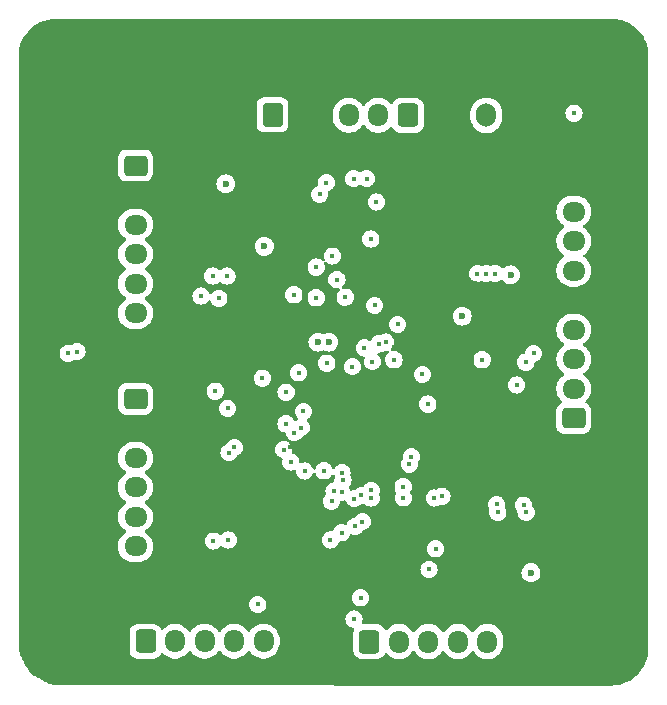
<source format=gbr>
%TF.GenerationSoftware,KiCad,Pcbnew,8.0.1*%
%TF.CreationDate,2024-10-23T08:39:09+02:00*%
%TF.ProjectId,StealthKitty.kicad_pro,53746561-6c74-4684-9b69-7474792e6b69,rev?*%
%TF.SameCoordinates,Original*%
%TF.FileFunction,Copper,L2,Inr*%
%TF.FilePolarity,Positive*%
%FSLAX46Y46*%
G04 Gerber Fmt 4.6, Leading zero omitted, Abs format (unit mm)*
G04 Created by KiCad (PCBNEW 8.0.1) date 2024-10-23 08:39:09*
%MOMM*%
%LPD*%
G01*
G04 APERTURE LIST*
G04 Aperture macros list*
%AMRoundRect*
0 Rectangle with rounded corners*
0 $1 Rounding radius*
0 $2 $3 $4 $5 $6 $7 $8 $9 X,Y pos of 4 corners*
0 Add a 4 corners polygon primitive as box body*
4,1,4,$2,$3,$4,$5,$6,$7,$8,$9,$2,$3,0*
0 Add four circle primitives for the rounded corners*
1,1,$1+$1,$2,$3*
1,1,$1+$1,$4,$5*
1,1,$1+$1,$6,$7*
1,1,$1+$1,$8,$9*
0 Add four rect primitives between the rounded corners*
20,1,$1+$1,$2,$3,$4,$5,0*
20,1,$1+$1,$4,$5,$6,$7,0*
20,1,$1+$1,$6,$7,$8,$9,0*
20,1,$1+$1,$8,$9,$2,$3,0*%
G04 Aperture macros list end*
%TA.AperFunction,ComponentPad*%
%ADD10RoundRect,0.250000X0.600000X0.725000X-0.600000X0.725000X-0.600000X-0.725000X0.600000X-0.725000X0*%
%TD*%
%TA.AperFunction,ComponentPad*%
%ADD11O,1.700000X1.950000*%
%TD*%
%TA.AperFunction,ComponentPad*%
%ADD12C,0.800000*%
%TD*%
%TA.AperFunction,ComponentPad*%
%ADD13C,6.400000*%
%TD*%
%TA.AperFunction,ComponentPad*%
%ADD14RoundRect,0.250000X0.600000X0.750000X-0.600000X0.750000X-0.600000X-0.750000X0.600000X-0.750000X0*%
%TD*%
%TA.AperFunction,ComponentPad*%
%ADD15O,1.700000X2.000000*%
%TD*%
%TA.AperFunction,ComponentPad*%
%ADD16RoundRect,0.250000X-0.600000X-0.725000X0.600000X-0.725000X0.600000X0.725000X-0.600000X0.725000X0*%
%TD*%
%TA.AperFunction,ComponentPad*%
%ADD17RoundRect,0.250000X0.725000X-0.600000X0.725000X0.600000X-0.725000X0.600000X-0.725000X-0.600000X0*%
%TD*%
%TA.AperFunction,ComponentPad*%
%ADD18O,1.950000X1.700000*%
%TD*%
%TA.AperFunction,ComponentPad*%
%ADD19RoundRect,0.250000X-0.725000X0.600000X-0.725000X-0.600000X0.725000X-0.600000X0.725000X0.600000X0*%
%TD*%
%TA.AperFunction,ViaPad*%
%ADD20C,0.600000*%
%TD*%
%TA.AperFunction,ViaPad*%
%ADD21C,0.450000*%
%TD*%
G04 APERTURE END LIST*
D10*
%TO.N,Net-(Alim_charger501-Pin_2)*%
%TO.C,SW501*%
X156000000Y-75000000D03*
D11*
%TO.N,Net-(BT501-+)*%
X153500000Y-75000000D03*
%TO.N,+VBAT*%
X151000000Y-75000000D03*
%TD*%
D12*
%TO.N,GND*%
%TO.C,H402*%
X170212500Y-70500000D03*
X170915444Y-68802944D03*
X170915444Y-72197056D03*
X172612500Y-68100000D03*
D13*
X172612500Y-70500000D03*
D12*
X172612500Y-72900000D03*
X174309556Y-68802944D03*
X174309556Y-72197056D03*
X175012500Y-70500000D03*
%TD*%
D14*
%TO.N,GND*%
%TO.C,Alim_charger501*%
X165162500Y-75000000D03*
D15*
%TO.N,Net-(Alim_charger501-Pin_2)*%
X162662500Y-75000000D03*
%TD*%
D16*
%TO.N,+5V*%
%TO.C,J301*%
X152750000Y-119550000D03*
D11*
%TO.N,SDA*%
X155250000Y-119550000D03*
%TO.N,SCL*%
X157750000Y-119550000D03*
%TO.N,INT_tof1*%
X160250000Y-119550000D03*
%TO.N,xshunt1*%
X162750000Y-119550000D03*
%TO.N,GND*%
X165250000Y-119550000D03*
%TD*%
D12*
%TO.N,GND*%
%TO.C,H401*%
X124262500Y-70550000D03*
X124965444Y-68852944D03*
X124965444Y-72247056D03*
X126662500Y-68150000D03*
D13*
X126662500Y-70550000D03*
D12*
X126662500Y-72950000D03*
X128359556Y-68852944D03*
X128359556Y-72247056D03*
X129062500Y-70550000D03*
%TD*%
D17*
%TO.N,unconnected-(J303-Pin_1-Pad1)*%
%TO.C,J303*%
X170050000Y-100650000D03*
D18*
%TO.N,M_EN*%
X170050000Y-98150000D03*
%TO.N,DEV_EN*%
X170050000Y-95650000D03*
%TO.N,M_SCTR*%
X170050000Y-93150000D03*
%TO.N,GND*%
X170050000Y-90650000D03*
%TO.N,Rx_lidar*%
X170050000Y-88150000D03*
%TO.N,Tx_Lidar*%
X170050000Y-85650000D03*
%TO.N,+5V*%
X170050000Y-83150000D03*
%TD*%
D14*
%TO.N,Net-(BT501-+)*%
%TO.C,BT501*%
X144550000Y-74950000D03*
D15*
%TO.N,GND*%
X142050000Y-74950000D03*
%TD*%
D19*
%TO.N,/motorisation Sheet/Motor1-*%
%TO.C,J201*%
X132950000Y-79250000D03*
D18*
%TO.N,GND*%
X132950000Y-81750000D03*
%TO.N,Codeur1_PH2*%
X132950000Y-84250000D03*
%TO.N,Codeur1_PH1*%
X132950000Y-86750000D03*
%TO.N,+3.3V*%
X132950000Y-89250000D03*
%TO.N,/motorisation Sheet/Motor1+*%
X132950000Y-91750000D03*
%TD*%
D12*
%TO.N,GND*%
%TO.C,H404*%
X124212500Y-119500000D03*
X124915444Y-117802944D03*
X124915444Y-121197056D03*
X126612500Y-117100000D03*
D13*
X126612500Y-119500000D03*
D12*
X126612500Y-121900000D03*
X128309556Y-117802944D03*
X128309556Y-121197056D03*
X129012500Y-119500000D03*
%TD*%
D19*
%TO.N,/motorisation Sheet/Motor2-*%
%TO.C,J202*%
X132950000Y-99000000D03*
D18*
%TO.N,GND*%
X132950000Y-101500000D03*
%TO.N,Codeur2_PH1*%
X132950000Y-104000000D03*
%TO.N,Codeur2_PH2*%
X132950000Y-106500000D03*
%TO.N,+3.3V*%
X132950000Y-109000000D03*
%TO.N,/motorisation Sheet/Motor2+*%
X132950000Y-111500000D03*
%TD*%
D16*
%TO.N,+5V*%
%TO.C,J302*%
X133800000Y-119525000D03*
D11*
%TO.N,SDA*%
X136300000Y-119525000D03*
%TO.N,SCL*%
X138800000Y-119525000D03*
%TO.N,INT_tof2*%
X141300000Y-119525000D03*
%TO.N,xshunt2*%
X143800000Y-119525000D03*
%TO.N,GND*%
X146300000Y-119525000D03*
%TD*%
D12*
%TO.N,GND*%
%TO.C,H403*%
X175012500Y-119500000D03*
X174309556Y-117802944D03*
X174309556Y-121197056D03*
X172612500Y-117100000D03*
D13*
X172612500Y-119500000D03*
D12*
X172612500Y-121900000D03*
X170915444Y-117802944D03*
X170915444Y-121197056D03*
X170212500Y-119500000D03*
%TD*%
D20*
%TO.N,+3.3V*%
X166430000Y-113720000D03*
D21*
%TO.N,GND*%
X142510000Y-90500000D03*
X139060000Y-91140000D03*
X140170000Y-91360000D03*
X162320000Y-93480000D03*
X162710000Y-93010000D03*
X161670000Y-89230000D03*
X139120000Y-99480000D03*
X135720000Y-98770000D03*
X157620000Y-117800000D03*
X156930000Y-118030000D03*
X165640000Y-109470000D03*
X167190000Y-111380000D03*
X164180000Y-107240000D03*
X159820000Y-107350000D03*
%TO.N,+3.3V*%
X151320000Y-96280000D03*
X149140000Y-95980000D03*
%TO.N,INT_tof1*%
X158250000Y-107400000D03*
X158350000Y-111700000D03*
%TO.N,+3.3V*%
X149750000Y-106800000D03*
X156300000Y-103900000D03*
X170069136Y-74814564D03*
X150000000Y-88920000D03*
X141310704Y-103104999D03*
X146100000Y-104350000D03*
X154825000Y-95700000D03*
X153200000Y-91100000D03*
X148250000Y-90450000D03*
X148250000Y-87850000D03*
X156130000Y-104530000D03*
X152900000Y-106750000D03*
X150700000Y-90400000D03*
X152900000Y-107400000D03*
%TO.N,+VBAT*%
X140700000Y-88600000D03*
X139551799Y-111044281D03*
X140865477Y-103560642D03*
X140000000Y-90500000D03*
X139500000Y-88600000D03*
X138500000Y-90300000D03*
D20*
X140600000Y-80800000D03*
D21*
X140809075Y-110951313D03*
X149625000Y-86910000D03*
%TO.N,+5V*%
X151425000Y-80360000D03*
X149100000Y-80700000D03*
X162650000Y-88400000D03*
X163400000Y-88400000D03*
X148530000Y-81700000D03*
X161900000Y-88400000D03*
X152525000Y-80360000D03*
%TO.N,PWM_MOT1_CH1*%
X147160000Y-100060000D03*
X146760000Y-96800000D03*
%TO.N,PWM_MOT1_CH2*%
X146400000Y-101862046D03*
D20*
X143850000Y-86090000D03*
D21*
%TO.N,PWM_MOT2_CH1*%
X145685000Y-101115000D03*
X145500000Y-103300000D03*
%TO.N,/brain Sheet/status_Purple*%
X128000000Y-95000000D03*
X143700000Y-97250000D03*
%TO.N,/brain Sheet/status_Orange*%
X145700000Y-98441224D03*
X127250000Y-95150000D03*
%TO.N,Rx_lidar*%
X150517156Y-105867156D03*
X166650000Y-95150000D03*
%TO.N,M_SCTR*%
X146970000Y-101443226D03*
X157236091Y-96936091D03*
%TO.N,M_EN*%
X165213909Y-97836091D03*
X157700000Y-99450000D03*
%TO.N,Tx_Lidar*%
X166000000Y-95900001D03*
X150428085Y-105257450D03*
%TO.N,Codeur1_PH1*%
X150400000Y-110350000D03*
X150400000Y-106900000D03*
%TO.N,Codeur1_PH2*%
X149550000Y-107668284D03*
X149450000Y-110950000D03*
%TO.N,Codeur2_PH2*%
X152150000Y-109400000D03*
X152063577Y-107169599D03*
%TO.N,Codeur2_PH1*%
X151550000Y-109800000D03*
X151477166Y-107450000D03*
%TO.N,/brain Sheet/SWCLK*%
X163525086Y-107940380D03*
X165800000Y-108000000D03*
%TO.N,/brain Sheet/SWDIO*%
X166020000Y-108610000D03*
X163625000Y-108618284D03*
%TO.N,SCL*%
X152000000Y-115850000D03*
X155615000Y-106450000D03*
%TO.N,SDA*%
X151450000Y-117650000D03*
X155636091Y-107386091D03*
%TO.N,INT_tof2*%
X158900000Y-107250000D03*
X143300000Y-116400000D03*
X157800000Y-113450000D03*
%TO.N,nCS*%
X153547345Y-94350689D03*
X146350000Y-90200000D03*
%TO.N,MOSI*%
X154128117Y-94200000D03*
D20*
X160600000Y-92000000D03*
D21*
X155150000Y-92700000D03*
D20*
%TO.N,INT1_adx*%
X148400000Y-94200000D03*
X164700000Y-88500000D03*
D21*
X152330000Y-94690000D03*
D20*
%TO.N,INT2_adx*%
X149300000Y-94200000D03*
D21*
X162300000Y-95700000D03*
X153010000Y-95860000D03*
%TO.N,GND*%
X145700000Y-80700000D03*
X141400000Y-85100000D03*
X140200000Y-106300000D03*
X153977688Y-99293226D03*
X175300000Y-110303479D03*
X162550000Y-102500000D03*
X162300000Y-103465352D03*
X139997469Y-86077010D03*
X137300000Y-90800000D03*
D20*
X154600000Y-115000000D03*
D21*
X141400000Y-86000000D03*
X158100000Y-101565352D03*
X138600000Y-85000000D03*
X156240000Y-82300000D03*
D20*
X167450000Y-94050000D03*
X167550000Y-91950000D03*
D21*
X136600000Y-90400000D03*
X141400000Y-84000000D03*
X138770169Y-108405175D03*
X159600000Y-99465352D03*
X149500000Y-90350000D03*
X151177688Y-99293226D03*
X157350000Y-101300000D03*
X152250000Y-88870000D03*
D20*
X166200000Y-115000000D03*
D21*
X161527367Y-90854679D03*
X141570169Y-106405175D03*
X132614564Y-68055864D03*
X154023955Y-89324557D03*
X158100000Y-91700000D03*
X153977688Y-102093226D03*
X141500000Y-90500000D03*
X156425000Y-86310000D03*
X137700000Y-80900000D03*
X138350000Y-99750000D03*
X136700000Y-107800000D03*
D20*
X136800000Y-85400000D03*
D21*
X150700000Y-94600000D03*
X162550000Y-103000000D03*
X154240000Y-89940000D03*
X162550000Y-102000000D03*
X152577688Y-102093226D03*
X138600000Y-84000000D03*
X145510000Y-94790000D03*
X150625000Y-83910000D03*
X150700000Y-94000000D03*
X141570169Y-108405175D03*
X138600000Y-86000000D03*
X147550000Y-81700000D03*
X151900000Y-90410000D03*
X140170169Y-108405175D03*
X154811159Y-94584802D03*
X146650000Y-87900000D03*
X138770169Y-107405175D03*
X151177688Y-102093226D03*
X162550000Y-101000000D03*
X141570169Y-107505175D03*
X146048289Y-103056316D03*
X136250000Y-101500000D03*
X160800000Y-99465352D03*
X160840972Y-104500000D03*
X175300000Y-109003479D03*
X162550000Y-101500000D03*
D20*
X141600000Y-113600000D03*
D21*
X152577688Y-100693226D03*
X137400000Y-82400000D03*
X138770169Y-106405175D03*
X157061091Y-106988909D03*
X153977688Y-100693226D03*
D20*
X138250000Y-113650000D03*
D21*
X137565477Y-104860642D03*
X134614564Y-68055864D03*
X151177688Y-100693226D03*
X149700000Y-105640000D03*
X136175000Y-103000000D03*
X175300000Y-106503479D03*
X158500000Y-104500000D03*
X176069136Y-75914564D03*
X140017931Y-83928566D03*
X147000000Y-106900000D03*
X152577688Y-99293226D03*
%TO.N,Net-(IC501-VCC)*%
X152875000Y-85465000D03*
X153335000Y-82345000D03*
%TO.N,/brain Sheet/status_LiDAR*%
X148900000Y-105100000D03*
X147268039Y-105119491D03*
%TO.N,Net-(R406-Pad2)*%
X139700000Y-98350000D03*
X140750000Y-99800000D03*
%TD*%
%TA.AperFunction,Conductor*%
%TO.N,GND*%
G36*
X173119314Y-66838322D02*
G01*
X173126730Y-66839185D01*
X173126735Y-66839187D01*
X173164663Y-66837630D01*
X173165593Y-66837592D01*
X173170678Y-66837488D01*
X173191132Y-66837488D01*
X173192891Y-66837500D01*
X173195753Y-66837540D01*
X173505748Y-66841940D01*
X173519372Y-66842887D01*
X173841481Y-66883237D01*
X173854924Y-66885680D01*
X174170648Y-66961287D01*
X174183737Y-66965197D01*
X174303071Y-67008146D01*
X174489190Y-67075131D01*
X174501776Y-67080462D01*
X174793272Y-67223397D01*
X174805170Y-67230070D01*
X175079127Y-67404250D01*
X175090238Y-67412208D01*
X175291950Y-67574243D01*
X175343327Y-67615514D01*
X175353504Y-67624658D01*
X175582642Y-67854614D01*
X175591732Y-67864803D01*
X175794146Y-68118625D01*
X175802066Y-68129767D01*
X175975257Y-68404321D01*
X175981909Y-68416281D01*
X176123792Y-68708256D01*
X176129085Y-68720877D01*
X176237925Y-69026702D01*
X176241795Y-69039829D01*
X176316270Y-69355786D01*
X176318670Y-69369260D01*
X176357871Y-69691496D01*
X176358772Y-69705152D01*
X176361993Y-70008017D01*
X176362000Y-70009336D01*
X176362000Y-70040535D01*
X176361877Y-70046063D01*
X176360177Y-70084153D01*
X176361216Y-70093346D01*
X176362000Y-70107270D01*
X176362000Y-119993466D01*
X176360949Y-120009578D01*
X176360831Y-120010473D01*
X176361955Y-120052374D01*
X176362000Y-120055697D01*
X176362000Y-120060289D01*
X176361954Y-120063651D01*
X176353130Y-120389007D01*
X176352049Y-120402322D01*
X176308421Y-120723765D01*
X176305914Y-120736886D01*
X176227959Y-121051775D01*
X176224055Y-121064551D01*
X176112678Y-121369224D01*
X176107422Y-121381506D01*
X175963918Y-121672425D01*
X175957372Y-121684070D01*
X175783395Y-121957876D01*
X175775633Y-121968749D01*
X175573220Y-122222237D01*
X175564334Y-122232212D01*
X175335825Y-122462457D01*
X175325918Y-122471418D01*
X175073965Y-122675744D01*
X175063151Y-122683588D01*
X174790667Y-122859632D01*
X174779071Y-122866266D01*
X174489253Y-123011963D01*
X174477012Y-123017312D01*
X174173188Y-123130991D01*
X174160442Y-123134991D01*
X173846149Y-123215327D01*
X173833047Y-123217934D01*
X173511937Y-123263992D01*
X173498630Y-123265173D01*
X173171449Y-123276522D01*
X173167150Y-123276597D01*
X173166082Y-123276597D01*
X173163702Y-123276574D01*
X173118318Y-123275702D01*
X173105466Y-123276588D01*
X126803155Y-123270507D01*
X126802958Y-123270492D01*
X126793549Y-123270493D01*
X126780811Y-123270494D01*
X126749006Y-123270499D01*
X126742924Y-123270351D01*
X126389419Y-123253036D01*
X126377307Y-123251844D01*
X126030249Y-123200410D01*
X126018313Y-123198038D01*
X125677944Y-123112827D01*
X125666297Y-123109295D01*
X125335935Y-122991133D01*
X125324691Y-122986477D01*
X125007503Y-122836500D01*
X124996770Y-122830765D01*
X124745112Y-122679961D01*
X124695798Y-122650410D01*
X124685681Y-122643651D01*
X124403853Y-122434671D01*
X124394445Y-122426952D01*
X124134449Y-122191343D01*
X124125843Y-122182738D01*
X123964130Y-122004341D01*
X123890199Y-121922782D01*
X123882479Y-121913376D01*
X123673455Y-121631574D01*
X123666693Y-121621455D01*
X123612084Y-121530357D01*
X123486289Y-121320505D01*
X123480572Y-121309811D01*
X123330530Y-120992608D01*
X123325879Y-120981379D01*
X123207665Y-120651027D01*
X123204132Y-120639382D01*
X123187870Y-120574467D01*
X123119112Y-120300001D01*
X132449500Y-120300001D01*
X132449501Y-120300018D01*
X132460000Y-120402796D01*
X132460001Y-120402799D01*
X132505894Y-120541294D01*
X132515186Y-120569334D01*
X132607288Y-120718656D01*
X132731344Y-120842712D01*
X132880666Y-120934814D01*
X133047203Y-120989999D01*
X133149991Y-121000500D01*
X134450008Y-121000499D01*
X134552797Y-120989999D01*
X134719334Y-120934814D01*
X134868656Y-120842712D01*
X134992712Y-120718656D01*
X135084814Y-120569334D01*
X135084814Y-120569331D01*
X135088178Y-120563879D01*
X135140126Y-120517154D01*
X135209088Y-120505931D01*
X135273170Y-120533774D01*
X135281398Y-120541294D01*
X135420213Y-120680109D01*
X135592179Y-120805048D01*
X135592181Y-120805049D01*
X135592184Y-120805051D01*
X135781588Y-120901557D01*
X135983757Y-120967246D01*
X136193713Y-121000500D01*
X136193714Y-121000500D01*
X136406286Y-121000500D01*
X136406287Y-121000500D01*
X136616243Y-120967246D01*
X136818412Y-120901557D01*
X137007816Y-120805051D01*
X137029789Y-120789086D01*
X137179786Y-120680109D01*
X137179788Y-120680106D01*
X137179792Y-120680104D01*
X137330104Y-120529792D01*
X137449683Y-120365204D01*
X137505011Y-120322540D01*
X137574624Y-120316561D01*
X137636420Y-120349166D01*
X137650313Y-120365199D01*
X137752560Y-120505931D01*
X137769896Y-120529792D01*
X137920213Y-120680109D01*
X138092179Y-120805048D01*
X138092181Y-120805049D01*
X138092184Y-120805051D01*
X138281588Y-120901557D01*
X138483757Y-120967246D01*
X138693713Y-121000500D01*
X138693714Y-121000500D01*
X138906286Y-121000500D01*
X138906287Y-121000500D01*
X139116243Y-120967246D01*
X139318412Y-120901557D01*
X139507816Y-120805051D01*
X139529789Y-120789086D01*
X139679786Y-120680109D01*
X139679788Y-120680106D01*
X139679792Y-120680104D01*
X139830104Y-120529792D01*
X139949683Y-120365204D01*
X140005011Y-120322540D01*
X140074624Y-120316561D01*
X140136420Y-120349166D01*
X140150313Y-120365199D01*
X140252560Y-120505931D01*
X140269896Y-120529792D01*
X140420213Y-120680109D01*
X140592179Y-120805048D01*
X140592181Y-120805049D01*
X140592184Y-120805051D01*
X140781588Y-120901557D01*
X140983757Y-120967246D01*
X141193713Y-121000500D01*
X141193714Y-121000500D01*
X141406286Y-121000500D01*
X141406287Y-121000500D01*
X141616243Y-120967246D01*
X141818412Y-120901557D01*
X142007816Y-120805051D01*
X142029789Y-120789086D01*
X142179786Y-120680109D01*
X142179788Y-120680106D01*
X142179792Y-120680104D01*
X142330104Y-120529792D01*
X142449683Y-120365204D01*
X142505011Y-120322540D01*
X142574624Y-120316561D01*
X142636420Y-120349166D01*
X142650313Y-120365199D01*
X142752560Y-120505931D01*
X142769896Y-120529792D01*
X142920213Y-120680109D01*
X143092179Y-120805048D01*
X143092181Y-120805049D01*
X143092184Y-120805051D01*
X143281588Y-120901557D01*
X143483757Y-120967246D01*
X143693713Y-121000500D01*
X143693714Y-121000500D01*
X143906286Y-121000500D01*
X143906287Y-121000500D01*
X144116243Y-120967246D01*
X144318412Y-120901557D01*
X144507816Y-120805051D01*
X144529789Y-120789086D01*
X144679786Y-120680109D01*
X144679788Y-120680106D01*
X144679792Y-120680104D01*
X144830104Y-120529792D01*
X144830106Y-120529788D01*
X144830109Y-120529786D01*
X144955048Y-120357820D01*
X144955047Y-120357820D01*
X144955051Y-120357816D01*
X145051557Y-120168412D01*
X145117246Y-119966243D01*
X145150500Y-119756287D01*
X145150500Y-119293713D01*
X145117246Y-119083757D01*
X145051557Y-118881588D01*
X144955051Y-118692184D01*
X144955049Y-118692181D01*
X144955048Y-118692179D01*
X144830109Y-118520213D01*
X144679786Y-118369890D01*
X144507820Y-118244951D01*
X144318414Y-118148444D01*
X144318413Y-118148443D01*
X144318412Y-118148443D01*
X144116243Y-118082754D01*
X144116241Y-118082753D01*
X144116240Y-118082753D01*
X143939844Y-118054815D01*
X143906287Y-118049500D01*
X143693713Y-118049500D01*
X143660156Y-118054815D01*
X143483760Y-118082753D01*
X143281585Y-118148444D01*
X143092179Y-118244951D01*
X142920213Y-118369890D01*
X142769894Y-118520209D01*
X142769890Y-118520214D01*
X142650318Y-118684793D01*
X142594989Y-118727459D01*
X142525375Y-118733438D01*
X142463580Y-118700833D01*
X142449682Y-118684793D01*
X142330109Y-118520214D01*
X142330105Y-118520209D01*
X142179786Y-118369890D01*
X142007820Y-118244951D01*
X141818414Y-118148444D01*
X141818413Y-118148443D01*
X141818412Y-118148443D01*
X141616243Y-118082754D01*
X141616241Y-118082753D01*
X141616240Y-118082753D01*
X141439844Y-118054815D01*
X141406287Y-118049500D01*
X141193713Y-118049500D01*
X141160156Y-118054815D01*
X140983760Y-118082753D01*
X140781585Y-118148444D01*
X140592179Y-118244951D01*
X140420213Y-118369890D01*
X140269894Y-118520209D01*
X140269890Y-118520214D01*
X140150318Y-118684793D01*
X140094989Y-118727459D01*
X140025375Y-118733438D01*
X139963580Y-118700833D01*
X139949682Y-118684793D01*
X139830109Y-118520214D01*
X139830105Y-118520209D01*
X139679786Y-118369890D01*
X139507820Y-118244951D01*
X139318414Y-118148444D01*
X139318413Y-118148443D01*
X139318412Y-118148443D01*
X139116243Y-118082754D01*
X139116241Y-118082753D01*
X139116240Y-118082753D01*
X138939844Y-118054815D01*
X138906287Y-118049500D01*
X138693713Y-118049500D01*
X138660156Y-118054815D01*
X138483760Y-118082753D01*
X138281585Y-118148444D01*
X138092179Y-118244951D01*
X137920213Y-118369890D01*
X137769894Y-118520209D01*
X137769890Y-118520214D01*
X137650318Y-118684793D01*
X137594989Y-118727459D01*
X137525375Y-118733438D01*
X137463580Y-118700833D01*
X137449682Y-118684793D01*
X137330109Y-118520214D01*
X137330105Y-118520209D01*
X137179786Y-118369890D01*
X137007820Y-118244951D01*
X136818414Y-118148444D01*
X136818413Y-118148443D01*
X136818412Y-118148443D01*
X136616243Y-118082754D01*
X136616241Y-118082753D01*
X136616240Y-118082753D01*
X136439844Y-118054815D01*
X136406287Y-118049500D01*
X136193713Y-118049500D01*
X136160156Y-118054815D01*
X135983760Y-118082753D01*
X135781585Y-118148444D01*
X135592179Y-118244951D01*
X135420215Y-118369889D01*
X135281398Y-118508706D01*
X135220075Y-118542190D01*
X135150383Y-118537206D01*
X135094450Y-118495334D01*
X135088178Y-118486120D01*
X134992712Y-118331344D01*
X134868657Y-118207289D01*
X134868656Y-118207288D01*
X134719334Y-118115186D01*
X134552797Y-118060001D01*
X134552795Y-118060000D01*
X134450010Y-118049500D01*
X133149998Y-118049500D01*
X133149981Y-118049501D01*
X133047203Y-118060000D01*
X133047200Y-118060001D01*
X132880668Y-118115185D01*
X132880663Y-118115187D01*
X132731342Y-118207289D01*
X132607289Y-118331342D01*
X132515187Y-118480663D01*
X132515185Y-118480668D01*
X132493797Y-118545213D01*
X132460001Y-118647203D01*
X132460001Y-118647204D01*
X132460000Y-118647204D01*
X132449500Y-118749983D01*
X132449500Y-120300001D01*
X123119112Y-120300001D01*
X123118869Y-120299032D01*
X123116496Y-120287101D01*
X123102597Y-120193412D01*
X123065009Y-119940034D01*
X123063816Y-119927923D01*
X123046446Y-119574373D01*
X123046298Y-119568310D01*
X123046486Y-117650003D01*
X150719909Y-117650003D01*
X150738212Y-117812455D01*
X150792210Y-117966774D01*
X150792211Y-117966775D01*
X150879192Y-118105204D01*
X150994796Y-118220808D01*
X151133225Y-118307789D01*
X151287539Y-118361786D01*
X151287542Y-118361786D01*
X151287544Y-118361787D01*
X151352846Y-118369145D01*
X151417260Y-118396211D01*
X151456816Y-118453806D01*
X151458953Y-118523643D01*
X151456670Y-118531364D01*
X151444799Y-118567190D01*
X151410001Y-118672203D01*
X151410000Y-118672204D01*
X151399500Y-118774983D01*
X151399500Y-120325001D01*
X151399501Y-120325018D01*
X151410000Y-120427796D01*
X151410001Y-120427799D01*
X151455094Y-120563879D01*
X151465186Y-120594334D01*
X151557288Y-120743656D01*
X151681344Y-120867712D01*
X151830666Y-120959814D01*
X151997203Y-121014999D01*
X152099991Y-121025500D01*
X153400008Y-121025499D01*
X153502797Y-121014999D01*
X153669334Y-120959814D01*
X153818656Y-120867712D01*
X153942712Y-120743656D01*
X154034814Y-120594334D01*
X154034814Y-120594331D01*
X154038178Y-120588879D01*
X154090126Y-120542154D01*
X154159088Y-120530931D01*
X154223170Y-120558774D01*
X154231398Y-120566294D01*
X154370213Y-120705109D01*
X154542179Y-120830048D01*
X154542181Y-120830049D01*
X154542184Y-120830051D01*
X154731588Y-120926557D01*
X154933757Y-120992246D01*
X155143713Y-121025500D01*
X155143714Y-121025500D01*
X155356286Y-121025500D01*
X155356287Y-121025500D01*
X155566243Y-120992246D01*
X155768412Y-120926557D01*
X155957816Y-120830051D01*
X155992230Y-120805048D01*
X156129786Y-120705109D01*
X156129788Y-120705106D01*
X156129792Y-120705104D01*
X156280104Y-120554792D01*
X156399683Y-120390204D01*
X156455011Y-120347540D01*
X156524624Y-120341561D01*
X156586420Y-120374166D01*
X156600313Y-120390199D01*
X156684397Y-120505931D01*
X156719896Y-120554792D01*
X156870213Y-120705109D01*
X157042179Y-120830048D01*
X157042181Y-120830049D01*
X157042184Y-120830051D01*
X157231588Y-120926557D01*
X157433757Y-120992246D01*
X157643713Y-121025500D01*
X157643714Y-121025500D01*
X157856286Y-121025500D01*
X157856287Y-121025500D01*
X158066243Y-120992246D01*
X158268412Y-120926557D01*
X158457816Y-120830051D01*
X158492230Y-120805048D01*
X158629786Y-120705109D01*
X158629788Y-120705106D01*
X158629792Y-120705104D01*
X158780104Y-120554792D01*
X158899683Y-120390204D01*
X158955011Y-120347540D01*
X159024624Y-120341561D01*
X159086420Y-120374166D01*
X159100313Y-120390199D01*
X159184397Y-120505931D01*
X159219896Y-120554792D01*
X159370213Y-120705109D01*
X159542179Y-120830048D01*
X159542181Y-120830049D01*
X159542184Y-120830051D01*
X159731588Y-120926557D01*
X159933757Y-120992246D01*
X160143713Y-121025500D01*
X160143714Y-121025500D01*
X160356286Y-121025500D01*
X160356287Y-121025500D01*
X160566243Y-120992246D01*
X160768412Y-120926557D01*
X160957816Y-120830051D01*
X160992230Y-120805048D01*
X161129786Y-120705109D01*
X161129788Y-120705106D01*
X161129792Y-120705104D01*
X161280104Y-120554792D01*
X161399683Y-120390204D01*
X161455011Y-120347540D01*
X161524624Y-120341561D01*
X161586420Y-120374166D01*
X161600313Y-120390199D01*
X161684397Y-120505931D01*
X161719896Y-120554792D01*
X161870213Y-120705109D01*
X162042179Y-120830048D01*
X162042181Y-120830049D01*
X162042184Y-120830051D01*
X162231588Y-120926557D01*
X162433757Y-120992246D01*
X162643713Y-121025500D01*
X162643714Y-121025500D01*
X162856286Y-121025500D01*
X162856287Y-121025500D01*
X163066243Y-120992246D01*
X163268412Y-120926557D01*
X163457816Y-120830051D01*
X163492230Y-120805048D01*
X163629786Y-120705109D01*
X163629788Y-120705106D01*
X163629792Y-120705104D01*
X163780104Y-120554792D01*
X163780106Y-120554788D01*
X163780109Y-120554786D01*
X163905048Y-120382820D01*
X163905047Y-120382820D01*
X163905051Y-120382816D01*
X164001557Y-120193412D01*
X164067246Y-119991243D01*
X164100500Y-119781287D01*
X164100500Y-119318713D01*
X164067246Y-119108757D01*
X164001557Y-118906588D01*
X163905051Y-118717184D01*
X163905049Y-118717181D01*
X163905048Y-118717179D01*
X163780109Y-118545213D01*
X163629786Y-118394890D01*
X163457820Y-118269951D01*
X163268414Y-118173444D01*
X163268413Y-118173443D01*
X163268412Y-118173443D01*
X163066243Y-118107754D01*
X163066241Y-118107753D01*
X163066240Y-118107753D01*
X162897566Y-118081038D01*
X162856287Y-118074500D01*
X162643713Y-118074500D01*
X162602434Y-118081038D01*
X162433760Y-118107753D01*
X162231585Y-118173444D01*
X162042179Y-118269951D01*
X161870213Y-118394890D01*
X161719894Y-118545209D01*
X161719890Y-118545214D01*
X161600318Y-118709793D01*
X161544989Y-118752459D01*
X161475375Y-118758438D01*
X161413580Y-118725833D01*
X161399682Y-118709793D01*
X161280109Y-118545214D01*
X161280105Y-118545209D01*
X161129786Y-118394890D01*
X160957820Y-118269951D01*
X160768414Y-118173444D01*
X160768413Y-118173443D01*
X160768412Y-118173443D01*
X160566243Y-118107754D01*
X160566241Y-118107753D01*
X160566240Y-118107753D01*
X160397566Y-118081038D01*
X160356287Y-118074500D01*
X160143713Y-118074500D01*
X160102434Y-118081038D01*
X159933760Y-118107753D01*
X159731585Y-118173444D01*
X159542179Y-118269951D01*
X159370213Y-118394890D01*
X159219894Y-118545209D01*
X159219890Y-118545214D01*
X159100318Y-118709793D01*
X159044989Y-118752459D01*
X158975375Y-118758438D01*
X158913580Y-118725833D01*
X158899682Y-118709793D01*
X158780109Y-118545214D01*
X158780105Y-118545209D01*
X158629786Y-118394890D01*
X158457820Y-118269951D01*
X158268414Y-118173444D01*
X158268413Y-118173443D01*
X158268412Y-118173443D01*
X158066243Y-118107754D01*
X158066241Y-118107753D01*
X158066240Y-118107753D01*
X157897566Y-118081038D01*
X157856287Y-118074500D01*
X157643713Y-118074500D01*
X157602434Y-118081038D01*
X157433760Y-118107753D01*
X157231585Y-118173444D01*
X157042179Y-118269951D01*
X156870213Y-118394890D01*
X156719894Y-118545209D01*
X156719890Y-118545214D01*
X156600318Y-118709793D01*
X156544989Y-118752459D01*
X156475375Y-118758438D01*
X156413580Y-118725833D01*
X156399682Y-118709793D01*
X156280109Y-118545214D01*
X156280105Y-118545209D01*
X156129786Y-118394890D01*
X155957820Y-118269951D01*
X155768414Y-118173444D01*
X155768413Y-118173443D01*
X155768412Y-118173443D01*
X155566243Y-118107754D01*
X155566241Y-118107753D01*
X155566240Y-118107753D01*
X155397566Y-118081038D01*
X155356287Y-118074500D01*
X155143713Y-118074500D01*
X155102434Y-118081038D01*
X154933760Y-118107753D01*
X154731585Y-118173444D01*
X154542179Y-118269951D01*
X154370215Y-118394889D01*
X154231398Y-118533706D01*
X154170075Y-118567190D01*
X154100383Y-118562206D01*
X154044450Y-118520334D01*
X154038178Y-118511120D01*
X153942712Y-118356344D01*
X153818657Y-118232289D01*
X153818656Y-118232288D01*
X153723253Y-118173443D01*
X153669336Y-118140187D01*
X153669331Y-118140185D01*
X153667862Y-118139698D01*
X153502797Y-118085001D01*
X153502795Y-118085000D01*
X153400016Y-118074500D01*
X152244855Y-118074500D01*
X152177816Y-118054815D01*
X152132061Y-118002011D01*
X152122117Y-117932853D01*
X152127812Y-117909551D01*
X152161786Y-117812461D01*
X152161786Y-117812459D01*
X152161787Y-117812457D01*
X152180091Y-117650003D01*
X152180091Y-117649996D01*
X152161787Y-117487544D01*
X152161786Y-117487542D01*
X152161786Y-117487539D01*
X152107789Y-117333225D01*
X152020808Y-117194796D01*
X151905204Y-117079192D01*
X151766774Y-116992210D01*
X151612455Y-116938212D01*
X151450004Y-116919909D01*
X151449996Y-116919909D01*
X151287544Y-116938212D01*
X151133225Y-116992210D01*
X150994795Y-117079192D01*
X150879192Y-117194795D01*
X150792210Y-117333225D01*
X150738212Y-117487544D01*
X150719909Y-117649996D01*
X150719909Y-117650003D01*
X123046486Y-117650003D01*
X123046608Y-116400003D01*
X142569909Y-116400003D01*
X142588212Y-116562455D01*
X142642210Y-116716774D01*
X142642211Y-116716775D01*
X142729192Y-116855204D01*
X142844796Y-116970808D01*
X142983225Y-117057789D01*
X143137539Y-117111786D01*
X143137542Y-117111786D01*
X143137544Y-117111787D01*
X143299996Y-117130091D01*
X143300000Y-117130091D01*
X143300004Y-117130091D01*
X143462455Y-117111787D01*
X143462456Y-117111786D01*
X143462461Y-117111786D01*
X143616775Y-117057789D01*
X143755204Y-116970808D01*
X143870808Y-116855204D01*
X143957789Y-116716775D01*
X144011786Y-116562461D01*
X144017946Y-116507789D01*
X144030091Y-116400003D01*
X144030091Y-116399996D01*
X144011787Y-116237544D01*
X144011786Y-116237542D01*
X144011786Y-116237539D01*
X143957789Y-116083225D01*
X143870808Y-115944796D01*
X143776015Y-115850003D01*
X151269909Y-115850003D01*
X151288212Y-116012455D01*
X151342210Y-116166774D01*
X151342211Y-116166775D01*
X151429192Y-116305204D01*
X151544796Y-116420808D01*
X151683225Y-116507789D01*
X151837539Y-116561786D01*
X151837542Y-116561786D01*
X151837544Y-116561787D01*
X151999996Y-116580091D01*
X152000000Y-116580091D01*
X152000004Y-116580091D01*
X152162455Y-116561787D01*
X152162456Y-116561786D01*
X152162461Y-116561786D01*
X152316775Y-116507789D01*
X152455204Y-116420808D01*
X152570808Y-116305204D01*
X152657789Y-116166775D01*
X152711786Y-116012461D01*
X152730091Y-115850000D01*
X152727746Y-115829192D01*
X152711787Y-115687544D01*
X152711786Y-115687542D01*
X152711786Y-115687539D01*
X152657789Y-115533225D01*
X152570808Y-115394796D01*
X152455204Y-115279192D01*
X152316774Y-115192210D01*
X152162455Y-115138212D01*
X152000004Y-115119909D01*
X151999996Y-115119909D01*
X151837544Y-115138212D01*
X151683225Y-115192210D01*
X151544795Y-115279192D01*
X151429192Y-115394795D01*
X151342210Y-115533225D01*
X151288212Y-115687544D01*
X151269909Y-115849996D01*
X151269909Y-115850003D01*
X143776015Y-115850003D01*
X143755204Y-115829192D01*
X143616774Y-115742210D01*
X143462455Y-115688212D01*
X143300004Y-115669909D01*
X143299996Y-115669909D01*
X143137544Y-115688212D01*
X142983225Y-115742210D01*
X142844795Y-115829192D01*
X142729192Y-115944795D01*
X142642210Y-116083225D01*
X142588212Y-116237544D01*
X142569909Y-116399996D01*
X142569909Y-116400003D01*
X123046608Y-116400003D01*
X123046897Y-113450003D01*
X157069909Y-113450003D01*
X157088212Y-113612455D01*
X157142210Y-113766774D01*
X157142211Y-113766775D01*
X157229192Y-113905204D01*
X157344796Y-114020808D01*
X157483225Y-114107789D01*
X157637539Y-114161786D01*
X157637542Y-114161786D01*
X157637544Y-114161787D01*
X157799996Y-114180091D01*
X157800000Y-114180091D01*
X157800004Y-114180091D01*
X157962455Y-114161787D01*
X157962456Y-114161786D01*
X157962461Y-114161786D01*
X158116775Y-114107789D01*
X158255204Y-114020808D01*
X158370808Y-113905204D01*
X158457789Y-113766775D01*
X158474155Y-113720003D01*
X165624435Y-113720003D01*
X165644630Y-113899249D01*
X165644631Y-113899254D01*
X165704211Y-114069523D01*
X165762184Y-114161786D01*
X165800184Y-114222262D01*
X165927738Y-114349816D01*
X166080478Y-114445789D01*
X166250745Y-114505368D01*
X166250750Y-114505369D01*
X166429996Y-114525565D01*
X166430000Y-114525565D01*
X166430004Y-114525565D01*
X166609249Y-114505369D01*
X166609252Y-114505368D01*
X166609255Y-114505368D01*
X166779522Y-114445789D01*
X166932262Y-114349816D01*
X167059816Y-114222262D01*
X167155789Y-114069522D01*
X167215368Y-113899255D01*
X167235565Y-113720000D01*
X167223448Y-113612461D01*
X167215369Y-113540750D01*
X167215368Y-113540745D01*
X167183615Y-113450000D01*
X167155789Y-113370478D01*
X167059816Y-113217738D01*
X166932262Y-113090184D01*
X166779523Y-112994211D01*
X166609254Y-112934631D01*
X166609249Y-112934630D01*
X166430004Y-112914435D01*
X166429996Y-112914435D01*
X166250750Y-112934630D01*
X166250745Y-112934631D01*
X166080476Y-112994211D01*
X165927737Y-113090184D01*
X165800184Y-113217737D01*
X165704211Y-113370476D01*
X165644631Y-113540745D01*
X165644630Y-113540750D01*
X165624435Y-113719996D01*
X165624435Y-113720003D01*
X158474155Y-113720003D01*
X158511786Y-113612461D01*
X158519866Y-113540750D01*
X158530091Y-113450003D01*
X158530091Y-113449996D01*
X158511787Y-113287544D01*
X158511786Y-113287542D01*
X158511786Y-113287539D01*
X158457789Y-113133225D01*
X158370808Y-112994796D01*
X158255204Y-112879192D01*
X158156618Y-112817246D01*
X158116774Y-112792210D01*
X157962455Y-112738212D01*
X157800004Y-112719909D01*
X157799996Y-112719909D01*
X157637544Y-112738212D01*
X157483225Y-112792210D01*
X157344795Y-112879192D01*
X157229192Y-112994795D01*
X157142210Y-113133225D01*
X157088212Y-113287544D01*
X157069909Y-113449996D01*
X157069909Y-113450003D01*
X123046897Y-113450003D01*
X123047077Y-111606287D01*
X131474500Y-111606287D01*
X131507754Y-111816243D01*
X131522771Y-111862461D01*
X131573444Y-112018414D01*
X131669951Y-112207820D01*
X131794890Y-112379786D01*
X131945213Y-112530109D01*
X132117179Y-112655048D01*
X132117181Y-112655049D01*
X132117184Y-112655051D01*
X132306588Y-112751557D01*
X132508757Y-112817246D01*
X132718713Y-112850500D01*
X132718714Y-112850500D01*
X133181286Y-112850500D01*
X133181287Y-112850500D01*
X133391243Y-112817246D01*
X133593412Y-112751557D01*
X133782816Y-112655051D01*
X133804789Y-112639086D01*
X133954786Y-112530109D01*
X133954788Y-112530106D01*
X133954792Y-112530104D01*
X134105104Y-112379792D01*
X134105106Y-112379788D01*
X134105109Y-112379786D01*
X134230048Y-112207820D01*
X134230047Y-112207820D01*
X134230051Y-112207816D01*
X134326557Y-112018412D01*
X134392246Y-111816243D01*
X134425500Y-111606287D01*
X134425500Y-111393713D01*
X134392246Y-111183757D01*
X134346928Y-111044284D01*
X138821708Y-111044284D01*
X138840011Y-111206736D01*
X138894009Y-111361055D01*
X138954136Y-111456746D01*
X138980991Y-111499485D01*
X139096595Y-111615089D01*
X139235024Y-111702070D01*
X139389338Y-111756067D01*
X139389341Y-111756067D01*
X139389343Y-111756068D01*
X139551795Y-111774372D01*
X139551799Y-111774372D01*
X139551803Y-111774372D01*
X139714254Y-111756068D01*
X139714255Y-111756067D01*
X139714260Y-111756067D01*
X139868574Y-111702070D01*
X139871864Y-111700003D01*
X157619909Y-111700003D01*
X157638212Y-111862455D01*
X157692210Y-112016774D01*
X157779192Y-112155204D01*
X157894796Y-112270808D01*
X158033225Y-112357789D01*
X158187539Y-112411786D01*
X158187542Y-112411786D01*
X158187544Y-112411787D01*
X158349996Y-112430091D01*
X158350000Y-112430091D01*
X158350004Y-112430091D01*
X158512455Y-112411787D01*
X158512456Y-112411786D01*
X158512461Y-112411786D01*
X158666775Y-112357789D01*
X158805204Y-112270808D01*
X158920808Y-112155204D01*
X159007789Y-112016775D01*
X159061786Y-111862461D01*
X159066994Y-111816239D01*
X159080091Y-111700003D01*
X159080091Y-111699996D01*
X159061787Y-111537544D01*
X159061786Y-111537542D01*
X159061786Y-111537539D01*
X159007789Y-111383225D01*
X158920808Y-111244796D01*
X158805204Y-111129192D01*
X158666774Y-111042210D01*
X158512455Y-110988212D01*
X158350004Y-110969909D01*
X158349996Y-110969909D01*
X158187544Y-110988212D01*
X158033225Y-111042210D01*
X157894795Y-111129192D01*
X157779192Y-111244795D01*
X157692210Y-111383225D01*
X157638212Y-111537544D01*
X157619909Y-111699996D01*
X157619909Y-111700003D01*
X139871864Y-111700003D01*
X140007003Y-111615089D01*
X140122607Y-111499485D01*
X140122610Y-111499479D01*
X140126950Y-111494039D01*
X140128842Y-111495548D01*
X140172681Y-111456746D01*
X140241731Y-111446074D01*
X140305589Y-111474427D01*
X140313060Y-111481310D01*
X140353871Y-111522121D01*
X140492300Y-111609102D01*
X140646614Y-111663099D01*
X140646617Y-111663099D01*
X140646619Y-111663100D01*
X140809071Y-111681404D01*
X140809075Y-111681404D01*
X140809079Y-111681404D01*
X140971530Y-111663100D01*
X140971531Y-111663099D01*
X140971536Y-111663099D01*
X141125850Y-111609102D01*
X141264279Y-111522121D01*
X141379883Y-111406517D01*
X141466864Y-111268088D01*
X141520861Y-111113774D01*
X141528691Y-111044281D01*
X141539166Y-110951316D01*
X141539166Y-110951309D01*
X141539019Y-110950003D01*
X148719909Y-110950003D01*
X148738212Y-111112455D01*
X148738213Y-111112460D01*
X148738214Y-111112461D01*
X148744068Y-111129192D01*
X148792210Y-111266774D01*
X148792211Y-111266775D01*
X148879192Y-111405204D01*
X148994796Y-111520808D01*
X149133225Y-111607789D01*
X149287539Y-111661786D01*
X149287542Y-111661786D01*
X149287544Y-111661787D01*
X149449996Y-111680091D01*
X149450000Y-111680091D01*
X149450004Y-111680091D01*
X149612455Y-111661787D01*
X149612456Y-111661786D01*
X149612461Y-111661786D01*
X149766775Y-111607789D01*
X149905204Y-111520808D01*
X150020808Y-111405204D01*
X150107789Y-111266775D01*
X150149058Y-111148834D01*
X150189780Y-111092059D01*
X150254733Y-111066311D01*
X150279983Y-111066569D01*
X150399996Y-111080091D01*
X150400000Y-111080091D01*
X150400004Y-111080091D01*
X150562455Y-111061787D01*
X150562456Y-111061786D01*
X150562461Y-111061786D01*
X150716775Y-111007789D01*
X150855204Y-110920808D01*
X150970808Y-110805204D01*
X151057789Y-110666775D01*
X151101122Y-110542937D01*
X151141844Y-110486160D01*
X151206797Y-110460413D01*
X151259115Y-110466848D01*
X151387539Y-110511786D01*
X151387545Y-110511786D01*
X151387546Y-110511787D01*
X151549996Y-110530091D01*
X151550000Y-110530091D01*
X151550004Y-110530091D01*
X151712455Y-110511787D01*
X151712456Y-110511786D01*
X151712461Y-110511786D01*
X151866775Y-110457789D01*
X152005204Y-110370808D01*
X152120808Y-110255204D01*
X152130659Y-110239527D01*
X152152346Y-110205011D01*
X152171416Y-110174660D01*
X152223750Y-110128369D01*
X152262522Y-110117412D01*
X152312461Y-110111786D01*
X152466775Y-110057789D01*
X152605204Y-109970808D01*
X152720808Y-109855204D01*
X152807789Y-109716775D01*
X152861786Y-109562461D01*
X152880091Y-109400000D01*
X152874274Y-109348375D01*
X152861787Y-109237544D01*
X152861786Y-109237542D01*
X152861786Y-109237539D01*
X152807789Y-109083225D01*
X152720808Y-108944796D01*
X152605204Y-108829192D01*
X152466774Y-108742210D01*
X152312455Y-108688212D01*
X152150004Y-108669909D01*
X152149996Y-108669909D01*
X151987544Y-108688212D01*
X151833225Y-108742210D01*
X151694795Y-108829192D01*
X151579190Y-108944797D01*
X151579189Y-108944799D01*
X151528581Y-109025340D01*
X151476246Y-109071631D01*
X151437474Y-109082587D01*
X151387539Y-109088214D01*
X151233225Y-109142210D01*
X151094795Y-109229192D01*
X150979192Y-109344795D01*
X150892209Y-109483227D01*
X150848877Y-109607063D01*
X150808156Y-109663839D01*
X150743203Y-109689586D01*
X150690882Y-109683150D01*
X150562455Y-109638212D01*
X150400004Y-109619909D01*
X150399996Y-109619909D01*
X150237544Y-109638212D01*
X150083225Y-109692210D01*
X149944795Y-109779192D01*
X149829192Y-109894795D01*
X149742210Y-110033225D01*
X149700942Y-110151165D01*
X149660220Y-110207941D01*
X149595267Y-110233689D01*
X149570017Y-110233431D01*
X149450004Y-110219909D01*
X149449996Y-110219909D01*
X149287544Y-110238212D01*
X149133225Y-110292210D01*
X148994795Y-110379192D01*
X148879192Y-110494795D01*
X148792210Y-110633225D01*
X148738212Y-110787544D01*
X148719909Y-110949996D01*
X148719909Y-110950003D01*
X141539019Y-110950003D01*
X141520862Y-110788857D01*
X141520861Y-110788855D01*
X141520861Y-110788852D01*
X141466864Y-110634538D01*
X141379883Y-110496109D01*
X141264279Y-110380505D01*
X141248845Y-110370807D01*
X141125849Y-110293523D01*
X140971530Y-110239525D01*
X140809079Y-110221222D01*
X140809071Y-110221222D01*
X140646619Y-110239525D01*
X140492300Y-110293523D01*
X140353870Y-110380505D01*
X140238267Y-110496108D01*
X140233924Y-110501555D01*
X140232038Y-110500051D01*
X140188137Y-110538873D01*
X140119082Y-110549511D01*
X140055237Y-110521126D01*
X140047813Y-110514283D01*
X140007003Y-110473473D01*
X139868573Y-110386491D01*
X139714254Y-110332493D01*
X139551803Y-110314190D01*
X139551795Y-110314190D01*
X139389343Y-110332493D01*
X139235024Y-110386491D01*
X139096594Y-110473473D01*
X138980991Y-110589076D01*
X138894009Y-110727506D01*
X138840011Y-110881825D01*
X138821708Y-111044277D01*
X138821708Y-111044284D01*
X134346928Y-111044284D01*
X134326557Y-110981588D01*
X134230051Y-110792184D01*
X134230049Y-110792181D01*
X134230048Y-110792179D01*
X134105109Y-110620213D01*
X133954792Y-110469896D01*
X133938128Y-110457789D01*
X133790204Y-110350316D01*
X133747540Y-110294989D01*
X133741561Y-110225376D01*
X133774166Y-110163580D01*
X133790199Y-110149686D01*
X133954792Y-110030104D01*
X134105104Y-109879792D01*
X134105106Y-109879788D01*
X134105109Y-109879786D01*
X134230048Y-109707820D01*
X134230047Y-109707820D01*
X134230051Y-109707816D01*
X134326557Y-109518412D01*
X134392246Y-109316243D01*
X134425500Y-109106287D01*
X134425500Y-108893713D01*
X134392246Y-108683757D01*
X134326557Y-108481588D01*
X134230051Y-108292184D01*
X134230049Y-108292181D01*
X134230048Y-108292179D01*
X134105109Y-108120213D01*
X133954792Y-107969896D01*
X133936902Y-107956898D01*
X133790204Y-107850316D01*
X133747540Y-107794989D01*
X133741561Y-107725376D01*
X133774166Y-107663580D01*
X133790199Y-107649686D01*
X133954792Y-107530104D01*
X134105104Y-107379792D01*
X134105106Y-107379788D01*
X134105109Y-107379786D01*
X134218562Y-107223630D01*
X134230051Y-107207816D01*
X134326557Y-107018412D01*
X134392246Y-106816243D01*
X134425500Y-106606287D01*
X134425500Y-106393713D01*
X134392246Y-106183757D01*
X134326557Y-105981588D01*
X134230051Y-105792184D01*
X134230049Y-105792181D01*
X134230048Y-105792179D01*
X134105109Y-105620213D01*
X133954792Y-105469896D01*
X133908504Y-105436266D01*
X133790204Y-105350316D01*
X133747540Y-105294989D01*
X133741561Y-105225376D01*
X133774166Y-105163580D01*
X133790199Y-105149686D01*
X133954792Y-105030104D01*
X134105104Y-104879792D01*
X134105106Y-104879788D01*
X134105109Y-104879786D01*
X134230048Y-104707820D01*
X134230047Y-104707820D01*
X134230051Y-104707816D01*
X134326557Y-104518412D01*
X134392246Y-104316243D01*
X134425500Y-104106287D01*
X134425500Y-103893713D01*
X134392246Y-103683757D01*
X134352244Y-103560645D01*
X140135386Y-103560645D01*
X140153689Y-103723097D01*
X140207687Y-103877416D01*
X140258189Y-103957789D01*
X140294669Y-104015846D01*
X140410273Y-104131450D01*
X140548702Y-104218431D01*
X140703016Y-104272428D01*
X140703019Y-104272428D01*
X140703021Y-104272429D01*
X140865473Y-104290733D01*
X140865477Y-104290733D01*
X140865481Y-104290733D01*
X141027932Y-104272429D01*
X141027933Y-104272428D01*
X141027938Y-104272428D01*
X141182252Y-104218431D01*
X141320681Y-104131450D01*
X141436285Y-104015846D01*
X141523266Y-103877417D01*
X141534709Y-103844713D01*
X141575430Y-103787937D01*
X141610798Y-103768625D01*
X141615134Y-103767107D01*
X141627479Y-103762788D01*
X141765908Y-103675807D01*
X141881512Y-103560203D01*
X141968493Y-103421774D01*
X142011103Y-103300003D01*
X144769909Y-103300003D01*
X144788212Y-103462455D01*
X144842210Y-103616774D01*
X144918092Y-103737539D01*
X144929192Y-103755204D01*
X145044796Y-103870808D01*
X145183225Y-103957789D01*
X145320435Y-104005801D01*
X145377210Y-104046522D01*
X145402958Y-104111474D01*
X145396522Y-104163794D01*
X145388213Y-104187540D01*
X145388212Y-104187542D01*
X145369909Y-104349996D01*
X145369909Y-104350003D01*
X145388212Y-104512455D01*
X145442210Y-104666774D01*
X145467999Y-104707816D01*
X145529192Y-104805204D01*
X145644796Y-104920808D01*
X145783225Y-105007789D01*
X145937539Y-105061786D01*
X145937542Y-105061786D01*
X145937544Y-105061787D01*
X146099996Y-105080091D01*
X146100000Y-105080091D01*
X146100004Y-105080091D01*
X146262453Y-105061787D01*
X146262453Y-105061786D01*
X146262461Y-105061786D01*
X146374479Y-105022588D01*
X146444256Y-105019028D01*
X146504884Y-105053757D01*
X146537111Y-105115750D01*
X146538652Y-105125747D01*
X146556251Y-105281946D01*
X146610249Y-105436265D01*
X146610250Y-105436266D01*
X146697231Y-105574695D01*
X146812835Y-105690299D01*
X146951264Y-105777280D01*
X147105578Y-105831277D01*
X147105581Y-105831277D01*
X147105583Y-105831278D01*
X147268035Y-105849582D01*
X147268039Y-105849582D01*
X147268043Y-105849582D01*
X147430494Y-105831278D01*
X147430495Y-105831277D01*
X147430500Y-105831277D01*
X147584814Y-105777280D01*
X147723243Y-105690299D01*
X147838847Y-105574695D01*
X147925828Y-105436266D01*
X147970389Y-105308917D01*
X148011108Y-105252145D01*
X148076061Y-105226397D01*
X148144623Y-105239853D01*
X148195026Y-105288240D01*
X148204470Y-105308917D01*
X148242211Y-105416775D01*
X148329192Y-105555204D01*
X148444796Y-105670808D01*
X148583225Y-105757789D01*
X148737539Y-105811786D01*
X148737542Y-105811786D01*
X148737544Y-105811787D01*
X148899996Y-105830091D01*
X148900000Y-105830091D01*
X148900004Y-105830091D01*
X149062455Y-105811787D01*
X149062456Y-105811786D01*
X149062461Y-105811786D01*
X149216775Y-105757789D01*
X149355204Y-105670808D01*
X149470808Y-105555204D01*
X149521904Y-105473884D01*
X149574237Y-105427594D01*
X149643290Y-105416945D01*
X149707139Y-105445320D01*
X149743938Y-105498902D01*
X149770291Y-105574216D01*
X149770296Y-105574226D01*
X149790542Y-105606448D01*
X149809541Y-105673685D01*
X149806440Y-105700002D01*
X149805369Y-105704694D01*
X149787065Y-105867152D01*
X149787065Y-105867161D01*
X149795274Y-105940024D01*
X149783219Y-106008845D01*
X149735870Y-106060224D01*
X149685938Y-106077126D01*
X149587544Y-106088212D01*
X149433225Y-106142210D01*
X149294795Y-106229192D01*
X149179192Y-106344795D01*
X149092210Y-106483225D01*
X149038212Y-106637544D01*
X149019909Y-106799996D01*
X149019909Y-106800003D01*
X149038212Y-106962455D01*
X149038214Y-106962463D01*
X149062144Y-107030851D01*
X149065705Y-107100630D01*
X149032785Y-107159485D01*
X148979192Y-107213078D01*
X148892210Y-107351509D01*
X148838212Y-107505828D01*
X148819909Y-107668280D01*
X148819909Y-107668287D01*
X148838212Y-107830739D01*
X148838213Y-107830744D01*
X148838214Y-107830745D01*
X148845063Y-107850318D01*
X148892210Y-107985058D01*
X148929171Y-108043880D01*
X148979192Y-108123488D01*
X149094796Y-108239092D01*
X149233225Y-108326073D01*
X149387539Y-108380070D01*
X149387542Y-108380070D01*
X149387544Y-108380071D01*
X149549996Y-108398375D01*
X149550000Y-108398375D01*
X149550004Y-108398375D01*
X149712455Y-108380071D01*
X149712456Y-108380070D01*
X149712461Y-108380070D01*
X149866775Y-108326073D01*
X150005204Y-108239092D01*
X150120808Y-108123488D01*
X150207789Y-107985059D01*
X150261786Y-107830745D01*
X150267738Y-107777924D01*
X150271988Y-107740207D01*
X150299055Y-107675793D01*
X150356650Y-107636238D01*
X150395208Y-107630091D01*
X150400004Y-107630091D01*
X150562457Y-107611787D01*
X150562459Y-107611786D01*
X150562461Y-107611786D01*
X150625993Y-107589554D01*
X150695770Y-107585992D01*
X150756398Y-107620721D01*
X150783988Y-107665641D01*
X150787541Y-107675793D01*
X150819376Y-107766774D01*
X150871871Y-107850318D01*
X150906358Y-107905204D01*
X151021962Y-108020808D01*
X151160391Y-108107789D01*
X151314705Y-108161786D01*
X151314708Y-108161786D01*
X151314710Y-108161787D01*
X151477162Y-108180091D01*
X151477166Y-108180091D01*
X151477170Y-108180091D01*
X151639621Y-108161787D01*
X151639622Y-108161786D01*
X151639627Y-108161786D01*
X151793941Y-108107789D01*
X151932370Y-108020808D01*
X152021526Y-107931652D01*
X152082849Y-107898167D01*
X152095324Y-107896113D01*
X152226031Y-107881386D01*
X152226031Y-107881385D01*
X152226038Y-107881385D01*
X152248306Y-107873592D01*
X152318080Y-107870030D01*
X152376940Y-107902952D01*
X152444796Y-107970808D01*
X152583225Y-108057789D01*
X152737539Y-108111786D01*
X152737542Y-108111786D01*
X152737544Y-108111787D01*
X152899996Y-108130091D01*
X152900000Y-108130091D01*
X152900004Y-108130091D01*
X153062455Y-108111787D01*
X153062456Y-108111786D01*
X153062461Y-108111786D01*
X153216775Y-108057789D01*
X153355204Y-107970808D01*
X153470808Y-107855204D01*
X153557789Y-107716775D01*
X153611786Y-107562461D01*
X153611787Y-107562455D01*
X153630091Y-107400003D01*
X153630091Y-107399996D01*
X153611787Y-107237546D01*
X153611786Y-107237545D01*
X153611786Y-107237539D01*
X153569240Y-107115952D01*
X153565680Y-107046176D01*
X153569237Y-107034058D01*
X153611786Y-106912461D01*
X153624457Y-106800003D01*
X153630091Y-106750003D01*
X153630091Y-106749996D01*
X153611787Y-106587544D01*
X153611786Y-106587542D01*
X153611786Y-106587539D01*
X153563660Y-106450003D01*
X154884909Y-106450003D01*
X154903212Y-106612455D01*
X154957210Y-106766774D01*
X155021353Y-106868856D01*
X155040353Y-106936092D01*
X155021353Y-107000800D01*
X154978301Y-107069316D01*
X154924303Y-107223635D01*
X154906000Y-107386087D01*
X154906000Y-107386094D01*
X154924303Y-107548546D01*
X154978301Y-107702865D01*
X154992446Y-107725376D01*
X155065283Y-107841295D01*
X155180887Y-107956899D01*
X155319316Y-108043880D01*
X155473630Y-108097877D01*
X155473633Y-108097877D01*
X155473635Y-108097878D01*
X155636087Y-108116182D01*
X155636091Y-108116182D01*
X155636095Y-108116182D01*
X155798546Y-108097878D01*
X155798547Y-108097877D01*
X155798552Y-108097877D01*
X155952866Y-108043880D01*
X156091295Y-107956899D01*
X156206899Y-107841295D01*
X156293880Y-107702866D01*
X156347877Y-107548552D01*
X156347878Y-107548546D01*
X156364615Y-107400003D01*
X157519909Y-107400003D01*
X157538212Y-107562455D01*
X157592210Y-107716774D01*
X157641356Y-107794989D01*
X157679192Y-107855204D01*
X157794796Y-107970808D01*
X157933225Y-108057789D01*
X158087539Y-108111786D01*
X158087542Y-108111786D01*
X158087544Y-108111787D01*
X158249996Y-108130091D01*
X158250000Y-108130091D01*
X158250004Y-108130091D01*
X158412455Y-108111787D01*
X158412456Y-108111786D01*
X158412461Y-108111786D01*
X158566775Y-108057789D01*
X158685558Y-107983152D01*
X158752793Y-107964152D01*
X158765400Y-107964925D01*
X158865455Y-107976198D01*
X158899998Y-107980091D01*
X158900000Y-107980091D01*
X158900004Y-107980091D01*
X159062455Y-107961787D01*
X159062456Y-107961786D01*
X159062461Y-107961786D01*
X159123627Y-107940383D01*
X162794995Y-107940383D01*
X162813298Y-108102835D01*
X162867296Y-108257155D01*
X162909670Y-108324592D01*
X162928670Y-108391829D01*
X162921718Y-108431516D01*
X162913214Y-108455820D01*
X162913213Y-108455824D01*
X162894909Y-108618280D01*
X162894909Y-108618287D01*
X162913212Y-108780739D01*
X162967210Y-108935058D01*
X163048987Y-109065204D01*
X163054192Y-109073488D01*
X163169796Y-109189092D01*
X163308225Y-109276073D01*
X163462539Y-109330070D01*
X163462542Y-109330070D01*
X163462544Y-109330071D01*
X163624996Y-109348375D01*
X163625000Y-109348375D01*
X163625004Y-109348375D01*
X163787455Y-109330071D01*
X163787456Y-109330070D01*
X163787461Y-109330070D01*
X163941775Y-109276073D01*
X164080204Y-109189092D01*
X164195808Y-109073488D01*
X164282789Y-108935059D01*
X164336786Y-108780745D01*
X164336787Y-108780739D01*
X164355091Y-108618287D01*
X164355091Y-108618280D01*
X164336787Y-108455826D01*
X164282789Y-108301509D01*
X164282786Y-108301504D01*
X164240415Y-108234072D01*
X164221414Y-108166836D01*
X164228366Y-108127146D01*
X164236872Y-108102841D01*
X164241948Y-108057788D01*
X164248459Y-108000003D01*
X165069909Y-108000003D01*
X165088212Y-108162455D01*
X165142210Y-108316774D01*
X165229192Y-108455204D01*
X165257210Y-108483222D01*
X165290695Y-108544545D01*
X165292749Y-108584783D01*
X165289910Y-108609996D01*
X165289909Y-108610002D01*
X165289909Y-108610003D01*
X165308212Y-108772455D01*
X165362210Y-108926774D01*
X165373534Y-108944796D01*
X165449192Y-109065204D01*
X165564796Y-109180808D01*
X165703225Y-109267789D01*
X165857539Y-109321786D01*
X165857542Y-109321786D01*
X165857544Y-109321787D01*
X166019996Y-109340091D01*
X166020000Y-109340091D01*
X166020004Y-109340091D01*
X166182455Y-109321787D01*
X166182456Y-109321786D01*
X166182461Y-109321786D01*
X166336775Y-109267789D01*
X166475204Y-109180808D01*
X166590808Y-109065204D01*
X166677789Y-108926775D01*
X166731786Y-108772461D01*
X166731787Y-108772455D01*
X166750091Y-108610003D01*
X166750091Y-108609996D01*
X166731787Y-108447544D01*
X166731786Y-108447542D01*
X166731786Y-108447539D01*
X166677789Y-108293225D01*
X166590808Y-108154796D01*
X166562789Y-108126777D01*
X166529304Y-108065454D01*
X166527250Y-108025210D01*
X166527747Y-108020807D01*
X166530091Y-108000000D01*
X166528407Y-107985058D01*
X166511787Y-107837544D01*
X166511786Y-107837542D01*
X166511786Y-107837539D01*
X166457789Y-107683225D01*
X166370808Y-107544796D01*
X166255204Y-107429192D01*
X166208750Y-107400003D01*
X166116774Y-107342210D01*
X165962455Y-107288212D01*
X165800004Y-107269909D01*
X165799996Y-107269909D01*
X165637544Y-107288212D01*
X165483225Y-107342210D01*
X165344795Y-107429192D01*
X165229192Y-107544795D01*
X165142210Y-107683225D01*
X165088212Y-107837544D01*
X165069909Y-107999996D01*
X165069909Y-108000003D01*
X164248459Y-108000003D01*
X164255177Y-107940383D01*
X164255177Y-107940376D01*
X164236873Y-107777924D01*
X164236872Y-107777922D01*
X164236872Y-107777919D01*
X164182875Y-107623605D01*
X164095894Y-107485176D01*
X163980290Y-107369572D01*
X163951543Y-107351509D01*
X163841860Y-107282590D01*
X163687541Y-107228592D01*
X163525090Y-107210289D01*
X163525082Y-107210289D01*
X163362630Y-107228592D01*
X163208311Y-107282590D01*
X163069881Y-107369572D01*
X162954278Y-107485175D01*
X162867296Y-107623605D01*
X162813298Y-107777924D01*
X162794995Y-107940376D01*
X162794995Y-107940383D01*
X159123627Y-107940383D01*
X159216775Y-107907789D01*
X159355204Y-107820808D01*
X159470808Y-107705204D01*
X159557789Y-107566775D01*
X159611786Y-107412461D01*
X159613190Y-107400000D01*
X159630091Y-107250003D01*
X159630091Y-107249996D01*
X159611787Y-107087544D01*
X159611786Y-107087542D01*
X159611786Y-107087539D01*
X159557789Y-106933225D01*
X159470808Y-106794796D01*
X159355204Y-106679192D01*
X159239177Y-106606287D01*
X159216774Y-106592210D01*
X159062455Y-106538212D01*
X158900004Y-106519909D01*
X158899996Y-106519909D01*
X158737544Y-106538212D01*
X158583224Y-106592210D01*
X158464443Y-106666846D01*
X158397206Y-106685846D01*
X158384588Y-106685072D01*
X158250004Y-106669909D01*
X158249996Y-106669909D01*
X158087544Y-106688212D01*
X157933225Y-106742210D01*
X157794795Y-106829192D01*
X157679192Y-106944795D01*
X157592210Y-107083225D01*
X157538212Y-107237544D01*
X157519909Y-107399996D01*
X157519909Y-107400003D01*
X156364615Y-107400003D01*
X156366182Y-107386094D01*
X156366182Y-107386087D01*
X156347878Y-107223635D01*
X156347877Y-107223633D01*
X156347877Y-107223630D01*
X156293880Y-107069316D01*
X156292283Y-107066775D01*
X156229738Y-106967235D01*
X156210737Y-106899998D01*
X156229737Y-106835290D01*
X156272789Y-106766775D01*
X156326786Y-106612461D01*
X156327482Y-106606286D01*
X156345091Y-106450003D01*
X156345091Y-106449996D01*
X156326787Y-106287544D01*
X156326786Y-106287542D01*
X156326786Y-106287539D01*
X156272789Y-106133225D01*
X156185808Y-105994796D01*
X156070204Y-105879192D01*
X155993948Y-105831277D01*
X155931774Y-105792210D01*
X155777455Y-105738212D01*
X155615004Y-105719909D01*
X155614996Y-105719909D01*
X155452544Y-105738212D01*
X155298225Y-105792210D01*
X155159795Y-105879192D01*
X155044192Y-105994795D01*
X154957210Y-106133225D01*
X154903212Y-106287544D01*
X154884909Y-106449996D01*
X154884909Y-106450003D01*
X153563660Y-106450003D01*
X153557789Y-106433225D01*
X153470808Y-106294796D01*
X153355204Y-106179192D01*
X153216774Y-106092210D01*
X153062455Y-106038212D01*
X152900004Y-106019909D01*
X152899996Y-106019909D01*
X152737544Y-106038212D01*
X152583225Y-106092210D01*
X152444795Y-106179192D01*
X152329190Y-106294797D01*
X152268165Y-106391918D01*
X152215830Y-106438209D01*
X152149288Y-106449165D01*
X152063580Y-106439508D01*
X152063573Y-106439508D01*
X151901121Y-106457811D01*
X151746802Y-106511809D01*
X151608374Y-106598790D01*
X151519217Y-106687947D01*
X151457893Y-106721431D01*
X151445420Y-106723485D01*
X151314710Y-106738212D01*
X151251173Y-106760445D01*
X151181394Y-106764006D01*
X151120767Y-106729277D01*
X151093177Y-106684358D01*
X151068017Y-106612455D01*
X151057789Y-106583225D01*
X151021381Y-106525282D01*
X151002381Y-106458046D01*
X151022749Y-106391210D01*
X151038690Y-106371633D01*
X151087964Y-106322360D01*
X151174945Y-106183931D01*
X151228942Y-106029617D01*
X151230036Y-106019909D01*
X151247247Y-105867159D01*
X151247247Y-105867152D01*
X151228943Y-105704700D01*
X151228942Y-105704698D01*
X151228942Y-105704695D01*
X151174945Y-105550381D01*
X151154698Y-105518158D01*
X151135698Y-105450924D01*
X151138805Y-105424578D01*
X151139867Y-105419919D01*
X151139871Y-105419911D01*
X151152377Y-105308920D01*
X151158176Y-105257453D01*
X151158176Y-105257446D01*
X151139872Y-105094994D01*
X151139871Y-105094992D01*
X151139871Y-105094989D01*
X151085874Y-104940675D01*
X150998893Y-104802246D01*
X150883289Y-104686642D01*
X150851671Y-104666775D01*
X150744859Y-104599660D01*
X150590540Y-104545662D01*
X150451556Y-104530003D01*
X155399909Y-104530003D01*
X155418212Y-104692455D01*
X155472210Y-104846774D01*
X155518729Y-104920808D01*
X155559192Y-104985204D01*
X155674796Y-105100808D01*
X155813225Y-105187789D01*
X155967539Y-105241786D01*
X155967542Y-105241786D01*
X155967544Y-105241787D01*
X156129996Y-105260091D01*
X156130000Y-105260091D01*
X156130004Y-105260091D01*
X156292455Y-105241787D01*
X156292456Y-105241786D01*
X156292461Y-105241786D01*
X156446775Y-105187789D01*
X156585204Y-105100808D01*
X156700808Y-104985204D01*
X156787789Y-104846775D01*
X156841786Y-104692461D01*
X156844680Y-104666775D01*
X156860091Y-104530003D01*
X156860091Y-104529998D01*
X156851129Y-104450462D01*
X156849878Y-104439363D01*
X156861932Y-104370542D01*
X156868104Y-104359507D01*
X156870808Y-104355204D01*
X156957789Y-104216775D01*
X157011786Y-104062461D01*
X157016095Y-104024217D01*
X157030091Y-103900003D01*
X157030091Y-103899996D01*
X157011787Y-103737544D01*
X157011786Y-103737542D01*
X157011786Y-103737539D01*
X156957789Y-103583225D01*
X156870808Y-103444796D01*
X156755204Y-103329192D01*
X156708750Y-103300003D01*
X156616774Y-103242210D01*
X156462455Y-103188212D01*
X156300004Y-103169909D01*
X156299996Y-103169909D01*
X156137544Y-103188212D01*
X155983225Y-103242210D01*
X155844795Y-103329192D01*
X155729192Y-103444795D01*
X155642210Y-103583225D01*
X155588212Y-103737544D01*
X155569909Y-103899996D01*
X155569909Y-103900003D01*
X155580121Y-103990639D01*
X155568066Y-104059460D01*
X155561895Y-104070494D01*
X155472210Y-104213225D01*
X155418212Y-104367544D01*
X155399909Y-104529996D01*
X155399909Y-104530003D01*
X150451556Y-104530003D01*
X150428089Y-104527359D01*
X150428081Y-104527359D01*
X150265629Y-104545662D01*
X150111310Y-104599660D01*
X149972880Y-104686642D01*
X149857275Y-104802247D01*
X149806180Y-104883565D01*
X149753846Y-104929855D01*
X149684792Y-104940503D01*
X149620944Y-104912128D01*
X149584145Y-104858546D01*
X149557789Y-104783225D01*
X149500754Y-104692455D01*
X149470808Y-104644796D01*
X149355204Y-104529192D01*
X149247795Y-104461702D01*
X149216774Y-104442210D01*
X149062455Y-104388212D01*
X148900004Y-104369909D01*
X148899996Y-104369909D01*
X148737544Y-104388212D01*
X148583225Y-104442210D01*
X148444795Y-104529192D01*
X148329192Y-104644795D01*
X148242211Y-104783224D01*
X148197651Y-104910570D01*
X148156929Y-104967346D01*
X148091976Y-104993093D01*
X148023414Y-104979637D01*
X147973012Y-104931249D01*
X147963569Y-104910573D01*
X147925828Y-104802716D01*
X147838847Y-104664287D01*
X147723243Y-104548683D01*
X147689306Y-104527359D01*
X147584813Y-104461701D01*
X147430494Y-104407703D01*
X147268043Y-104389400D01*
X147268035Y-104389400D01*
X147105582Y-104407703D01*
X146993559Y-104446901D01*
X146923780Y-104450462D01*
X146863154Y-104415732D01*
X146830927Y-104353739D01*
X146829386Y-104343742D01*
X146811787Y-104187544D01*
X146811786Y-104187540D01*
X146811786Y-104187539D01*
X146757789Y-104033225D01*
X146670808Y-103894796D01*
X146555204Y-103779192D01*
X146529097Y-103762788D01*
X146416774Y-103692210D01*
X146279565Y-103644199D01*
X146222788Y-103603477D01*
X146197041Y-103538524D01*
X146203477Y-103486205D01*
X146211786Y-103462461D01*
X146211787Y-103462454D01*
X146230091Y-103300003D01*
X146230091Y-103299996D01*
X146211787Y-103137544D01*
X146211786Y-103137542D01*
X146211786Y-103137539D01*
X146157789Y-102983225D01*
X146070808Y-102844796D01*
X145955204Y-102729192D01*
X145950280Y-102724268D01*
X145951798Y-102722749D01*
X145917598Y-102674030D01*
X145916014Y-102635285D01*
X145887600Y-102649694D01*
X145823817Y-102643171D01*
X145823349Y-102644511D01*
X145662455Y-102588212D01*
X145500004Y-102569909D01*
X145499996Y-102569909D01*
X145337544Y-102588212D01*
X145183225Y-102642210D01*
X145044795Y-102729192D01*
X144929192Y-102844795D01*
X144842210Y-102983225D01*
X144788212Y-103137544D01*
X144769909Y-103299996D01*
X144769909Y-103300003D01*
X142011103Y-103300003D01*
X142022490Y-103267460D01*
X142022491Y-103267454D01*
X142040795Y-103105002D01*
X142040795Y-103104995D01*
X142022491Y-102942543D01*
X142022490Y-102942541D01*
X142022490Y-102942538D01*
X141968493Y-102788224D01*
X141881512Y-102649795D01*
X141765908Y-102534191D01*
X141739400Y-102517535D01*
X141627478Y-102447209D01*
X141473159Y-102393211D01*
X141310708Y-102374908D01*
X141310700Y-102374908D01*
X141148248Y-102393211D01*
X140993929Y-102447209D01*
X140855499Y-102534191D01*
X140739896Y-102649794D01*
X140652916Y-102788221D01*
X140652914Y-102788226D01*
X140641469Y-102820931D01*
X140600746Y-102877706D01*
X140565390Y-102897012D01*
X140548711Y-102902848D01*
X140548702Y-102902853D01*
X140410272Y-102989834D01*
X140294669Y-103105437D01*
X140207687Y-103243867D01*
X140153689Y-103398186D01*
X140135386Y-103560638D01*
X140135386Y-103560645D01*
X134352244Y-103560645D01*
X134326557Y-103481588D01*
X134230051Y-103292184D01*
X134230049Y-103292181D01*
X134230048Y-103292179D01*
X134105109Y-103120213D01*
X133954786Y-102969890D01*
X133782820Y-102844951D01*
X133593414Y-102748444D01*
X133593413Y-102748443D01*
X133593412Y-102748443D01*
X133391243Y-102682754D01*
X133391241Y-102682753D01*
X133391240Y-102682753D01*
X133229957Y-102657208D01*
X133181287Y-102649500D01*
X132718713Y-102649500D01*
X132670042Y-102657208D01*
X132508760Y-102682753D01*
X132306585Y-102748444D01*
X132117179Y-102844951D01*
X131945213Y-102969890D01*
X131794890Y-103120213D01*
X131669951Y-103292179D01*
X131573444Y-103481585D01*
X131507753Y-103683760D01*
X131494312Y-103768625D01*
X131474500Y-103893713D01*
X131474500Y-104106287D01*
X131483608Y-104163794D01*
X131503713Y-104290733D01*
X131507754Y-104316243D01*
X131571509Y-104512461D01*
X131573444Y-104518414D01*
X131669951Y-104707820D01*
X131794890Y-104879786D01*
X131945209Y-105030105D01*
X131945214Y-105030109D01*
X132109793Y-105149682D01*
X132152459Y-105205011D01*
X132158438Y-105274625D01*
X132125833Y-105336420D01*
X132109793Y-105350318D01*
X131945214Y-105469890D01*
X131945209Y-105469894D01*
X131794890Y-105620213D01*
X131669951Y-105792179D01*
X131573444Y-105981585D01*
X131507753Y-106183760D01*
X131474500Y-106393713D01*
X131474500Y-106606286D01*
X131505181Y-106800003D01*
X131507754Y-106816243D01*
X131567720Y-107000800D01*
X131573444Y-107018414D01*
X131669951Y-107207820D01*
X131794890Y-107379786D01*
X131945209Y-107530105D01*
X131945214Y-107530109D01*
X132109793Y-107649682D01*
X132152459Y-107705011D01*
X132158438Y-107774625D01*
X132125833Y-107836420D01*
X132109793Y-107850318D01*
X131945214Y-107969890D01*
X131945209Y-107969894D01*
X131794890Y-108120213D01*
X131669951Y-108292179D01*
X131573444Y-108481585D01*
X131507753Y-108683760D01*
X131474500Y-108893713D01*
X131474500Y-109106286D01*
X131501391Y-109276073D01*
X131507754Y-109316243D01*
X131534969Y-109400003D01*
X131573444Y-109518414D01*
X131669951Y-109707820D01*
X131794890Y-109879786D01*
X131945209Y-110030105D01*
X131945214Y-110030109D01*
X132109793Y-110149682D01*
X132152459Y-110205011D01*
X132158438Y-110274625D01*
X132125833Y-110336420D01*
X132109793Y-110350318D01*
X131945214Y-110469890D01*
X131945209Y-110469894D01*
X131794890Y-110620213D01*
X131669951Y-110792179D01*
X131573444Y-110981585D01*
X131507753Y-111183760D01*
X131479672Y-111361056D01*
X131474500Y-111393713D01*
X131474500Y-111606287D01*
X123047077Y-111606287D01*
X123048104Y-101115003D01*
X144954909Y-101115003D01*
X144973212Y-101277455D01*
X145027210Y-101431774D01*
X145034406Y-101443226D01*
X145114192Y-101570204D01*
X145229796Y-101685808D01*
X145368225Y-101772789D01*
X145522539Y-101826786D01*
X145522545Y-101826786D01*
X145522547Y-101826787D01*
X145569513Y-101832079D01*
X145633928Y-101859145D01*
X145673483Y-101916739D01*
X145678851Y-101941415D01*
X145688212Y-102024501D01*
X145742210Y-102178820D01*
X145829192Y-102317250D01*
X145949720Y-102437778D01*
X145948200Y-102439297D01*
X145982399Y-102488010D01*
X145983984Y-102526759D01*
X146012404Y-102512350D01*
X146076182Y-102518874D01*
X146076651Y-102517535D01*
X146124252Y-102534191D01*
X146237539Y-102573832D01*
X146237542Y-102573832D01*
X146237544Y-102573833D01*
X146399996Y-102592137D01*
X146400000Y-102592137D01*
X146400004Y-102592137D01*
X146562455Y-102573833D01*
X146562456Y-102573832D01*
X146562461Y-102573832D01*
X146716775Y-102519835D01*
X146855204Y-102432854D01*
X146970808Y-102317250D01*
X147036430Y-102212812D01*
X147088762Y-102166523D01*
X147127544Y-102155565D01*
X147132461Y-102155012D01*
X147132467Y-102155010D01*
X147132468Y-102155010D01*
X147286772Y-102101016D01*
X147286771Y-102101016D01*
X147286775Y-102101015D01*
X147425204Y-102014034D01*
X147540808Y-101898430D01*
X147627789Y-101760001D01*
X147681786Y-101605687D01*
X147685882Y-101569334D01*
X147700091Y-101443229D01*
X147700091Y-101443222D01*
X147683954Y-101300001D01*
X168574500Y-101300001D01*
X168574501Y-101300018D01*
X168585000Y-101402796D01*
X168585001Y-101402799D01*
X168640185Y-101569331D01*
X168640187Y-101569336D01*
X168675069Y-101625888D01*
X168732288Y-101718656D01*
X168856344Y-101842712D01*
X169005666Y-101934814D01*
X169172203Y-101989999D01*
X169274991Y-102000500D01*
X170825008Y-102000499D01*
X170927797Y-101989999D01*
X171094334Y-101934814D01*
X171243656Y-101842712D01*
X171367712Y-101718656D01*
X171459814Y-101569334D01*
X171514999Y-101402797D01*
X171525500Y-101300009D01*
X171525499Y-99999992D01*
X171514999Y-99897203D01*
X171459814Y-99730666D01*
X171367712Y-99581344D01*
X171243656Y-99457288D01*
X171094334Y-99365186D01*
X171094333Y-99365185D01*
X171088878Y-99361821D01*
X171042154Y-99309873D01*
X171030931Y-99240910D01*
X171058775Y-99176828D01*
X171066272Y-99168623D01*
X171205104Y-99029792D01*
X171330051Y-98857816D01*
X171426557Y-98668412D01*
X171492246Y-98466243D01*
X171525500Y-98256287D01*
X171525500Y-98043713D01*
X171492246Y-97833757D01*
X171426557Y-97631588D01*
X171330051Y-97442184D01*
X171330049Y-97442181D01*
X171330048Y-97442179D01*
X171205109Y-97270213D01*
X171054792Y-97119896D01*
X171010256Y-97087539D01*
X170890204Y-97000316D01*
X170847540Y-96944989D01*
X170841561Y-96875376D01*
X170874166Y-96813580D01*
X170890199Y-96799686D01*
X171054792Y-96680104D01*
X171205104Y-96529792D01*
X171205106Y-96529788D01*
X171205109Y-96529786D01*
X171330048Y-96357820D01*
X171330047Y-96357820D01*
X171330051Y-96357816D01*
X171426557Y-96168412D01*
X171492246Y-95966243D01*
X171525500Y-95756287D01*
X171525500Y-95543713D01*
X171492246Y-95333757D01*
X171426557Y-95131588D01*
X171330051Y-94942184D01*
X171330049Y-94942181D01*
X171330048Y-94942179D01*
X171205109Y-94770213D01*
X171054792Y-94619896D01*
X170998767Y-94579192D01*
X170890204Y-94500316D01*
X170847540Y-94444989D01*
X170841561Y-94375376D01*
X170874166Y-94313580D01*
X170890199Y-94299686D01*
X171054792Y-94180104D01*
X171205104Y-94029792D01*
X171205106Y-94029788D01*
X171205109Y-94029786D01*
X171330048Y-93857820D01*
X171330047Y-93857820D01*
X171330051Y-93857816D01*
X171426557Y-93668412D01*
X171492246Y-93466243D01*
X171525500Y-93256287D01*
X171525500Y-93043713D01*
X171492246Y-92833757D01*
X171426557Y-92631588D01*
X171330051Y-92442184D01*
X171330049Y-92442181D01*
X171330048Y-92442179D01*
X171205109Y-92270213D01*
X171054786Y-92119890D01*
X170882820Y-91994951D01*
X170693414Y-91898444D01*
X170693413Y-91898443D01*
X170693412Y-91898443D01*
X170491243Y-91832754D01*
X170491241Y-91832753D01*
X170491240Y-91832753D01*
X170329957Y-91807208D01*
X170281287Y-91799500D01*
X169818713Y-91799500D01*
X169770042Y-91807208D01*
X169608760Y-91832753D01*
X169406585Y-91898444D01*
X169217179Y-91994951D01*
X169045213Y-92119890D01*
X168894890Y-92270213D01*
X168769951Y-92442179D01*
X168673444Y-92631585D01*
X168607753Y-92833760D01*
X168574500Y-93043713D01*
X168574500Y-93256286D01*
X168599579Y-93414633D01*
X168607754Y-93466243D01*
X168663854Y-93638901D01*
X168673444Y-93668414D01*
X168769951Y-93857820D01*
X168894890Y-94029786D01*
X169045209Y-94180105D01*
X169045214Y-94180109D01*
X169209793Y-94299682D01*
X169252459Y-94355011D01*
X169258438Y-94424625D01*
X169225833Y-94486420D01*
X169209793Y-94500318D01*
X169045214Y-94619890D01*
X169045209Y-94619894D01*
X168894890Y-94770213D01*
X168769951Y-94942179D01*
X168673444Y-95131585D01*
X168607753Y-95333760D01*
X168574500Y-95543713D01*
X168574500Y-95756286D01*
X168597262Y-95900004D01*
X168607754Y-95966243D01*
X168669151Y-96155204D01*
X168673444Y-96168414D01*
X168769951Y-96357820D01*
X168894890Y-96529786D01*
X169045209Y-96680105D01*
X169045214Y-96680109D01*
X169209793Y-96799682D01*
X169252459Y-96855011D01*
X169258438Y-96924625D01*
X169225833Y-96986420D01*
X169209793Y-97000318D01*
X169045214Y-97119890D01*
X169045209Y-97119894D01*
X168894890Y-97270213D01*
X168769951Y-97442179D01*
X168673444Y-97631585D01*
X168607753Y-97833760D01*
X168574500Y-98043713D01*
X168574500Y-98256286D01*
X168603790Y-98441220D01*
X168607754Y-98466243D01*
X168640226Y-98566182D01*
X168673444Y-98668414D01*
X168769951Y-98857820D01*
X168894890Y-99029786D01*
X169033705Y-99168601D01*
X169067190Y-99229924D01*
X169062206Y-99299616D01*
X169020334Y-99355549D01*
X169011121Y-99361821D01*
X168856342Y-99457289D01*
X168732289Y-99581342D01*
X168640187Y-99730663D01*
X168640185Y-99730668D01*
X168617212Y-99799996D01*
X168585001Y-99897203D01*
X168585001Y-99897204D01*
X168585000Y-99897204D01*
X168574500Y-99999983D01*
X168574500Y-101300001D01*
X147683954Y-101300001D01*
X147681787Y-101280770D01*
X147681786Y-101280768D01*
X147681786Y-101280765D01*
X147627789Y-101126451D01*
X147540808Y-100988022D01*
X147460092Y-100907306D01*
X147426607Y-100845983D01*
X147431591Y-100776291D01*
X147473463Y-100720358D01*
X147481801Y-100714631D01*
X147488851Y-100710201D01*
X147615204Y-100630808D01*
X147730808Y-100515204D01*
X147817789Y-100376775D01*
X147871786Y-100222461D01*
X147876560Y-100180091D01*
X147890091Y-100060003D01*
X147890091Y-100059996D01*
X147871787Y-99897544D01*
X147871786Y-99897542D01*
X147871786Y-99897539D01*
X147817789Y-99743225D01*
X147730808Y-99604796D01*
X147615204Y-99489192D01*
X147564429Y-99457288D01*
X147552835Y-99450003D01*
X156969909Y-99450003D01*
X156988212Y-99612455D01*
X157042210Y-99766774D01*
X157124163Y-99897200D01*
X157129192Y-99905204D01*
X157244796Y-100020808D01*
X157383225Y-100107789D01*
X157537539Y-100161786D01*
X157537542Y-100161786D01*
X157537544Y-100161787D01*
X157699996Y-100180091D01*
X157700000Y-100180091D01*
X157700004Y-100180091D01*
X157862455Y-100161787D01*
X157862456Y-100161786D01*
X157862461Y-100161786D01*
X158016775Y-100107789D01*
X158155204Y-100020808D01*
X158270808Y-99905204D01*
X158357789Y-99766775D01*
X158411786Y-99612461D01*
X158415292Y-99581344D01*
X158430091Y-99450003D01*
X158430091Y-99449996D01*
X158411787Y-99287544D01*
X158411786Y-99287542D01*
X158411786Y-99287539D01*
X158357789Y-99133225D01*
X158270808Y-98994796D01*
X158155204Y-98879192D01*
X158121191Y-98857820D01*
X158016774Y-98792210D01*
X157862455Y-98738212D01*
X157700004Y-98719909D01*
X157699996Y-98719909D01*
X157537544Y-98738212D01*
X157383225Y-98792210D01*
X157244795Y-98879192D01*
X157129192Y-98994795D01*
X157042210Y-99133225D01*
X156988212Y-99287544D01*
X156969909Y-99449996D01*
X156969909Y-99450003D01*
X147552835Y-99450003D01*
X147476774Y-99402210D01*
X147322455Y-99348212D01*
X147160004Y-99329909D01*
X147159996Y-99329909D01*
X146997544Y-99348212D01*
X146843225Y-99402210D01*
X146704795Y-99489192D01*
X146589192Y-99604795D01*
X146502210Y-99743225D01*
X146448212Y-99897544D01*
X146429909Y-100059996D01*
X146429909Y-100060003D01*
X146448212Y-100222455D01*
X146502210Y-100376774D01*
X146589192Y-100515204D01*
X146669907Y-100595919D01*
X146703392Y-100657242D01*
X146698408Y-100726934D01*
X146656536Y-100782867D01*
X146648199Y-100788593D01*
X146526732Y-100864917D01*
X146459495Y-100883918D01*
X146392660Y-100863551D01*
X146347445Y-100810283D01*
X146343715Y-100800871D01*
X146342789Y-100798225D01*
X146293862Y-100720358D01*
X146255808Y-100659796D01*
X146140204Y-100544192D01*
X146001774Y-100457210D01*
X145847455Y-100403212D01*
X145685004Y-100384909D01*
X145684996Y-100384909D01*
X145522544Y-100403212D01*
X145368225Y-100457210D01*
X145229795Y-100544192D01*
X145114192Y-100659795D01*
X145027210Y-100798225D01*
X144973212Y-100952544D01*
X144954909Y-101114996D01*
X144954909Y-101115003D01*
X123048104Y-101115003D01*
X123048247Y-99650001D01*
X131474500Y-99650001D01*
X131474501Y-99650018D01*
X131485000Y-99752796D01*
X131485001Y-99752799D01*
X131532852Y-99897203D01*
X131540186Y-99919334D01*
X131632288Y-100068656D01*
X131756344Y-100192712D01*
X131905666Y-100284814D01*
X132072203Y-100339999D01*
X132174991Y-100350500D01*
X133725008Y-100350499D01*
X133827797Y-100339999D01*
X133994334Y-100284814D01*
X134143656Y-100192712D01*
X134267712Y-100068656D01*
X134359814Y-99919334D01*
X134399356Y-99800003D01*
X140019909Y-99800003D01*
X140038212Y-99962455D01*
X140092210Y-100116774D01*
X140158614Y-100222455D01*
X140179192Y-100255204D01*
X140294796Y-100370808D01*
X140433225Y-100457789D01*
X140587539Y-100511786D01*
X140587542Y-100511786D01*
X140587544Y-100511787D01*
X140749996Y-100530091D01*
X140750000Y-100530091D01*
X140750004Y-100530091D01*
X140912455Y-100511787D01*
X140912456Y-100511786D01*
X140912461Y-100511786D01*
X141066775Y-100457789D01*
X141205204Y-100370808D01*
X141320808Y-100255204D01*
X141407789Y-100116775D01*
X141461786Y-99962461D01*
X141466645Y-99919336D01*
X141480091Y-99800003D01*
X141480091Y-99799996D01*
X141461787Y-99637544D01*
X141461786Y-99637542D01*
X141461786Y-99637539D01*
X141407789Y-99483225D01*
X141320808Y-99344796D01*
X141205204Y-99229192D01*
X141127081Y-99180104D01*
X141066774Y-99142210D01*
X140912455Y-99088212D01*
X140750004Y-99069909D01*
X140749996Y-99069909D01*
X140587544Y-99088212D01*
X140433225Y-99142210D01*
X140294795Y-99229192D01*
X140179192Y-99344795D01*
X140092210Y-99483225D01*
X140038212Y-99637544D01*
X140019909Y-99799996D01*
X140019909Y-99800003D01*
X134399356Y-99800003D01*
X134414999Y-99752797D01*
X134425500Y-99650009D01*
X134425499Y-98350003D01*
X138969909Y-98350003D01*
X138988212Y-98512455D01*
X139042210Y-98666774D01*
X139075597Y-98719909D01*
X139129192Y-98805204D01*
X139244796Y-98920808D01*
X139383225Y-99007789D01*
X139537539Y-99061786D01*
X139537542Y-99061786D01*
X139537544Y-99061787D01*
X139699996Y-99080091D01*
X139700000Y-99080091D01*
X139700004Y-99080091D01*
X139862455Y-99061787D01*
X139862456Y-99061786D01*
X139862461Y-99061786D01*
X140016775Y-99007789D01*
X140155204Y-98920808D01*
X140270808Y-98805204D01*
X140357789Y-98666775D01*
X140411786Y-98512461D01*
X140419812Y-98441227D01*
X144969909Y-98441227D01*
X144988212Y-98603679D01*
X145042210Y-98757998D01*
X145042211Y-98757999D01*
X145129192Y-98896428D01*
X145244796Y-99012032D01*
X145383225Y-99099013D01*
X145537539Y-99153010D01*
X145537542Y-99153010D01*
X145537544Y-99153011D01*
X145699996Y-99171315D01*
X145700000Y-99171315D01*
X145700004Y-99171315D01*
X145862455Y-99153011D01*
X145862456Y-99153010D01*
X145862461Y-99153010D01*
X146016775Y-99099013D01*
X146155204Y-99012032D01*
X146270808Y-98896428D01*
X146357789Y-98757999D01*
X146411786Y-98603685D01*
X146418074Y-98547877D01*
X146430091Y-98441227D01*
X146430091Y-98441220D01*
X146411787Y-98278768D01*
X146411786Y-98278766D01*
X146411786Y-98278763D01*
X146357789Y-98124449D01*
X146270808Y-97986020D01*
X146155204Y-97870416D01*
X146100581Y-97836094D01*
X164483818Y-97836094D01*
X164502121Y-97998546D01*
X164556119Y-98152865D01*
X164615394Y-98247200D01*
X164643101Y-98291295D01*
X164758705Y-98406899D01*
X164897134Y-98493880D01*
X165051448Y-98547877D01*
X165051451Y-98547877D01*
X165051453Y-98547878D01*
X165213905Y-98566182D01*
X165213909Y-98566182D01*
X165213913Y-98566182D01*
X165376364Y-98547878D01*
X165376365Y-98547877D01*
X165376370Y-98547877D01*
X165530684Y-98493880D01*
X165669113Y-98406899D01*
X165784717Y-98291295D01*
X165871698Y-98152866D01*
X165925695Y-97998552D01*
X165927775Y-97980091D01*
X165944000Y-97836094D01*
X165944000Y-97836087D01*
X165925696Y-97673635D01*
X165925695Y-97673633D01*
X165925695Y-97673630D01*
X165871698Y-97519316D01*
X165784717Y-97380887D01*
X165669113Y-97265283D01*
X165644784Y-97249996D01*
X165530683Y-97178301D01*
X165376364Y-97124303D01*
X165213913Y-97106000D01*
X165213905Y-97106000D01*
X165051453Y-97124303D01*
X164897134Y-97178301D01*
X164758704Y-97265283D01*
X164643101Y-97380886D01*
X164556119Y-97519316D01*
X164502121Y-97673635D01*
X164483818Y-97836087D01*
X164483818Y-97836094D01*
X146100581Y-97836094D01*
X146076252Y-97820807D01*
X146016774Y-97783434D01*
X145862455Y-97729436D01*
X145700004Y-97711133D01*
X145699996Y-97711133D01*
X145537544Y-97729436D01*
X145383225Y-97783434D01*
X145244795Y-97870416D01*
X145129192Y-97986019D01*
X145042210Y-98124449D01*
X144988212Y-98278768D01*
X144969909Y-98441220D01*
X144969909Y-98441227D01*
X140419812Y-98441227D01*
X140430091Y-98350000D01*
X140430090Y-98349992D01*
X140411787Y-98187544D01*
X140411786Y-98187542D01*
X140411786Y-98187539D01*
X140357789Y-98033225D01*
X140270808Y-97894796D01*
X140155204Y-97779192D01*
X140016774Y-97692210D01*
X139862455Y-97638212D01*
X139700004Y-97619909D01*
X139699996Y-97619909D01*
X139537544Y-97638212D01*
X139383225Y-97692210D01*
X139244795Y-97779192D01*
X139129192Y-97894795D01*
X139042210Y-98033225D01*
X138988212Y-98187544D01*
X138969909Y-98349996D01*
X138969909Y-98350003D01*
X134425499Y-98350003D01*
X134425499Y-98349992D01*
X134414999Y-98247203D01*
X134359814Y-98080666D01*
X134267712Y-97931344D01*
X134143656Y-97807288D01*
X134050888Y-97750069D01*
X133994336Y-97715187D01*
X133994331Y-97715185D01*
X133964210Y-97705204D01*
X133827797Y-97660001D01*
X133827795Y-97660000D01*
X133725010Y-97649500D01*
X132174998Y-97649500D01*
X132174981Y-97649501D01*
X132072203Y-97660000D01*
X132072200Y-97660001D01*
X131905668Y-97715185D01*
X131905663Y-97715187D01*
X131756342Y-97807289D01*
X131632289Y-97931342D01*
X131540187Y-98080663D01*
X131540186Y-98080666D01*
X131485001Y-98247203D01*
X131485001Y-98247204D01*
X131485000Y-98247204D01*
X131474500Y-98349983D01*
X131474500Y-99650001D01*
X123048247Y-99650001D01*
X123048482Y-97250003D01*
X142969909Y-97250003D01*
X142988212Y-97412455D01*
X143042210Y-97566774D01*
X143094191Y-97649500D01*
X143129192Y-97705204D01*
X143244796Y-97820808D01*
X143383225Y-97907789D01*
X143537539Y-97961786D01*
X143537542Y-97961786D01*
X143537544Y-97961787D01*
X143699996Y-97980091D01*
X143700000Y-97980091D01*
X143700004Y-97980091D01*
X143862455Y-97961787D01*
X143862456Y-97961786D01*
X143862461Y-97961786D01*
X144016775Y-97907789D01*
X144155204Y-97820808D01*
X144270808Y-97705204D01*
X144357789Y-97566775D01*
X144411786Y-97412461D01*
X144415344Y-97380886D01*
X144430091Y-97250003D01*
X144430091Y-97249996D01*
X144411787Y-97087544D01*
X144411786Y-97087542D01*
X144411786Y-97087539D01*
X144357789Y-96933225D01*
X144274080Y-96800003D01*
X146029909Y-96800003D01*
X146048212Y-96962455D01*
X146102210Y-97116774D01*
X146104172Y-97119896D01*
X146189192Y-97255204D01*
X146304796Y-97370808D01*
X146443225Y-97457789D01*
X146597539Y-97511786D01*
X146597542Y-97511786D01*
X146597544Y-97511787D01*
X146759996Y-97530091D01*
X146760000Y-97530091D01*
X146760004Y-97530091D01*
X146922455Y-97511787D01*
X146922456Y-97511786D01*
X146922461Y-97511786D01*
X147076775Y-97457789D01*
X147215204Y-97370808D01*
X147330808Y-97255204D01*
X147417789Y-97116775D01*
X147471786Y-96962461D01*
X147474757Y-96936094D01*
X147490091Y-96800003D01*
X147490091Y-96799996D01*
X147471787Y-96637544D01*
X147471786Y-96637542D01*
X147471786Y-96637539D01*
X147417789Y-96483225D01*
X147330808Y-96344796D01*
X147215204Y-96229192D01*
X147118474Y-96168412D01*
X147076774Y-96142210D01*
X146922455Y-96088212D01*
X146760004Y-96069909D01*
X146759996Y-96069909D01*
X146597544Y-96088212D01*
X146443225Y-96142210D01*
X146304795Y-96229192D01*
X146189192Y-96344795D01*
X146102210Y-96483225D01*
X146048212Y-96637544D01*
X146029909Y-96799996D01*
X146029909Y-96800003D01*
X144274080Y-96800003D01*
X144270808Y-96794796D01*
X144155204Y-96679192D01*
X144077062Y-96630092D01*
X144016774Y-96592210D01*
X143862455Y-96538212D01*
X143700004Y-96519909D01*
X143699996Y-96519909D01*
X143537544Y-96538212D01*
X143383225Y-96592210D01*
X143244795Y-96679192D01*
X143129192Y-96794795D01*
X143042210Y-96933225D01*
X142988212Y-97087544D01*
X142969909Y-97249996D01*
X142969909Y-97250003D01*
X123048482Y-97250003D01*
X123048606Y-95980003D01*
X148409909Y-95980003D01*
X148428212Y-96142455D01*
X148482210Y-96296774D01*
X148554477Y-96411786D01*
X148569192Y-96435204D01*
X148684796Y-96550808D01*
X148823225Y-96637789D01*
X148977539Y-96691786D01*
X148977542Y-96691786D01*
X148977544Y-96691787D01*
X149139996Y-96710091D01*
X149140000Y-96710091D01*
X149140004Y-96710091D01*
X149302455Y-96691787D01*
X149302456Y-96691786D01*
X149302461Y-96691786D01*
X149456775Y-96637789D01*
X149595204Y-96550808D01*
X149710808Y-96435204D01*
X149797789Y-96296775D01*
X149803658Y-96280003D01*
X150589909Y-96280003D01*
X150608212Y-96442455D01*
X150662210Y-96596774D01*
X150721911Y-96691787D01*
X150749192Y-96735204D01*
X150864796Y-96850808D01*
X151003225Y-96937789D01*
X151157539Y-96991786D01*
X151157542Y-96991786D01*
X151157544Y-96991787D01*
X151319996Y-97010091D01*
X151320000Y-97010091D01*
X151320004Y-97010091D01*
X151482455Y-96991787D01*
X151482456Y-96991786D01*
X151482461Y-96991786D01*
X151636775Y-96937789D01*
X151639473Y-96936094D01*
X156506000Y-96936094D01*
X156524303Y-97098546D01*
X156578301Y-97252865D01*
X156589202Y-97270213D01*
X156665283Y-97391295D01*
X156780887Y-97506899D01*
X156919316Y-97593880D01*
X157073630Y-97647877D01*
X157073633Y-97647877D01*
X157073635Y-97647878D01*
X157236087Y-97666182D01*
X157236091Y-97666182D01*
X157236095Y-97666182D01*
X157398546Y-97647878D01*
X157398547Y-97647877D01*
X157398552Y-97647877D01*
X157552866Y-97593880D01*
X157691295Y-97506899D01*
X157806899Y-97391295D01*
X157893880Y-97252866D01*
X157947877Y-97098552D01*
X157947878Y-97098546D01*
X157966182Y-96936094D01*
X157966182Y-96936087D01*
X157947878Y-96773635D01*
X157947877Y-96773633D01*
X157947877Y-96773630D01*
X157893880Y-96619316D01*
X157806899Y-96480887D01*
X157691295Y-96365283D01*
X157582264Y-96296774D01*
X157552865Y-96278301D01*
X157398546Y-96224303D01*
X157236095Y-96206000D01*
X157236087Y-96206000D01*
X157073635Y-96224303D01*
X156919316Y-96278301D01*
X156780886Y-96365283D01*
X156665283Y-96480886D01*
X156578301Y-96619316D01*
X156524303Y-96773635D01*
X156506000Y-96936087D01*
X156506000Y-96936094D01*
X151639473Y-96936094D01*
X151775204Y-96850808D01*
X151890808Y-96735204D01*
X151977789Y-96596775D01*
X152031786Y-96442461D01*
X152035242Y-96411787D01*
X152050091Y-96280003D01*
X152050091Y-96279996D01*
X152031787Y-96117544D01*
X152031786Y-96117542D01*
X152031786Y-96117539D01*
X151977789Y-95963225D01*
X151890808Y-95824796D01*
X151775204Y-95709192D01*
X151756658Y-95697539D01*
X151636774Y-95622210D01*
X151482455Y-95568212D01*
X151320004Y-95549909D01*
X151319996Y-95549909D01*
X151157544Y-95568212D01*
X151003225Y-95622210D01*
X150864795Y-95709192D01*
X150749192Y-95824795D01*
X150662210Y-95963225D01*
X150608212Y-96117544D01*
X150589909Y-96279996D01*
X150589909Y-96280003D01*
X149803658Y-96280003D01*
X149851786Y-96142461D01*
X149851814Y-96142211D01*
X149870091Y-95980003D01*
X149870091Y-95979996D01*
X149851787Y-95817544D01*
X149851786Y-95817542D01*
X149851786Y-95817539D01*
X149797789Y-95663225D01*
X149710808Y-95524796D01*
X149595204Y-95409192D01*
X149583419Y-95401787D01*
X149456774Y-95322210D01*
X149302455Y-95268212D01*
X149140004Y-95249909D01*
X149139996Y-95249909D01*
X148977544Y-95268212D01*
X148823225Y-95322210D01*
X148684795Y-95409192D01*
X148569192Y-95524795D01*
X148482210Y-95663225D01*
X148428212Y-95817544D01*
X148409909Y-95979996D01*
X148409909Y-95980003D01*
X123048606Y-95980003D01*
X123048687Y-95150003D01*
X126519909Y-95150003D01*
X126538212Y-95312455D01*
X126592210Y-95466774D01*
X126657579Y-95570807D01*
X126679192Y-95605204D01*
X126794796Y-95720808D01*
X126933225Y-95807789D01*
X127087539Y-95861786D01*
X127087542Y-95861786D01*
X127087544Y-95861787D01*
X127249996Y-95880091D01*
X127250000Y-95880091D01*
X127250004Y-95880091D01*
X127412455Y-95861787D01*
X127412456Y-95861786D01*
X127412461Y-95861786D01*
X127566775Y-95807789D01*
X127660114Y-95749139D01*
X127711101Y-95717103D01*
X127712873Y-95719924D01*
X127763628Y-95698769D01*
X127818112Y-95704988D01*
X127837542Y-95711787D01*
X127999996Y-95730091D01*
X128000000Y-95730091D01*
X128000004Y-95730091D01*
X128162455Y-95711787D01*
X128162456Y-95711786D01*
X128162461Y-95711786D01*
X128316775Y-95657789D01*
X128455204Y-95570808D01*
X128570808Y-95455204D01*
X128657789Y-95316775D01*
X128711786Y-95162461D01*
X128711787Y-95162455D01*
X128730091Y-95000003D01*
X128730091Y-94999996D01*
X128711787Y-94837544D01*
X128711786Y-94837542D01*
X128711786Y-94837539D01*
X128657789Y-94683225D01*
X128570808Y-94544796D01*
X128455204Y-94429192D01*
X128440430Y-94419909D01*
X128316774Y-94342210D01*
X128162455Y-94288212D01*
X128000004Y-94269909D01*
X127999996Y-94269909D01*
X127837544Y-94288212D01*
X127683225Y-94342210D01*
X127570920Y-94412776D01*
X127552065Y-94424625D01*
X127538900Y-94432897D01*
X127537272Y-94430307D01*
X127484769Y-94451395D01*
X127431888Y-94445011D01*
X127412461Y-94438213D01*
X127250004Y-94419909D01*
X127249996Y-94419909D01*
X127087544Y-94438212D01*
X126933225Y-94492210D01*
X126794795Y-94579192D01*
X126679192Y-94694795D01*
X126592210Y-94833225D01*
X126538212Y-94987544D01*
X126519909Y-95149996D01*
X126519909Y-95150003D01*
X123048687Y-95150003D01*
X123048780Y-94200003D01*
X147594435Y-94200003D01*
X147614630Y-94379249D01*
X147614631Y-94379254D01*
X147674211Y-94549523D01*
X147740615Y-94655204D01*
X147770184Y-94702262D01*
X147897738Y-94829816D01*
X147985733Y-94885107D01*
X148035702Y-94916505D01*
X148050478Y-94925789D01*
X148220745Y-94985368D01*
X148220750Y-94985369D01*
X148399996Y-95005565D01*
X148400000Y-95005565D01*
X148400004Y-95005565D01*
X148579249Y-94985369D01*
X148579252Y-94985368D01*
X148579255Y-94985368D01*
X148749522Y-94925789D01*
X148764298Y-94916505D01*
X148784027Y-94904108D01*
X148851263Y-94885107D01*
X148915973Y-94904108D01*
X148950475Y-94925788D01*
X149120745Y-94985368D01*
X149120750Y-94985369D01*
X149299996Y-95005565D01*
X149300000Y-95005565D01*
X149300004Y-95005565D01*
X149479249Y-94985369D01*
X149479252Y-94985368D01*
X149479255Y-94985368D01*
X149649522Y-94925789D01*
X149802262Y-94829816D01*
X149929816Y-94702262D01*
X149937519Y-94690003D01*
X151599909Y-94690003D01*
X151618212Y-94852455D01*
X151672210Y-95006774D01*
X151719084Y-95081373D01*
X151759192Y-95145204D01*
X151874796Y-95260808D01*
X152013225Y-95347789D01*
X152167539Y-95401786D01*
X152167542Y-95401786D01*
X152167544Y-95401787D01*
X152238306Y-95409760D01*
X152302720Y-95436826D01*
X152342275Y-95494421D01*
X152344413Y-95564258D01*
X152341465Y-95573934D01*
X152298212Y-95697544D01*
X152279909Y-95859996D01*
X152279909Y-95860003D01*
X152298212Y-96022455D01*
X152352210Y-96176774D01*
X152377345Y-96216776D01*
X152439192Y-96315204D01*
X152554796Y-96430808D01*
X152693225Y-96517789D01*
X152847539Y-96571786D01*
X152847542Y-96571786D01*
X152847544Y-96571787D01*
X153009996Y-96590091D01*
X153010000Y-96590091D01*
X153010004Y-96590091D01*
X153172455Y-96571787D01*
X153172456Y-96571786D01*
X153172461Y-96571786D01*
X153326775Y-96517789D01*
X153465204Y-96430808D01*
X153580808Y-96315204D01*
X153667789Y-96176775D01*
X153721786Y-96022461D01*
X153726570Y-95980003D01*
X153740091Y-95860003D01*
X153740091Y-95859996D01*
X153721787Y-95697544D01*
X153721786Y-95697542D01*
X153721786Y-95697539D01*
X153667789Y-95543225D01*
X153580808Y-95404796D01*
X153468286Y-95292274D01*
X153434801Y-95230951D01*
X153439785Y-95161259D01*
X153481657Y-95105326D01*
X153542084Y-95081373D01*
X153709800Y-95062476D01*
X153709801Y-95062475D01*
X153709806Y-95062475D01*
X153864120Y-95008478D01*
X153973306Y-94939871D01*
X154040540Y-94920871D01*
X154053153Y-94921644D01*
X154113205Y-94928410D01*
X154128116Y-94930091D01*
X154128117Y-94930091D01*
X154128120Y-94930091D01*
X154272723Y-94913798D01*
X154341545Y-94925852D01*
X154392925Y-94973201D01*
X154410549Y-95040812D01*
X154388823Y-95107218D01*
X154374289Y-95124699D01*
X154254191Y-95244797D01*
X154167210Y-95383225D01*
X154113212Y-95537544D01*
X154094909Y-95699996D01*
X154094909Y-95700003D01*
X154113212Y-95862455D01*
X154113213Y-95862460D01*
X154113214Y-95862461D01*
X154116352Y-95871429D01*
X154167210Y-96016774D01*
X154246027Y-96142210D01*
X154254192Y-96155204D01*
X154369796Y-96270808D01*
X154508225Y-96357789D01*
X154662539Y-96411786D01*
X154662542Y-96411786D01*
X154662544Y-96411787D01*
X154824996Y-96430091D01*
X154825000Y-96430091D01*
X154825004Y-96430091D01*
X154987455Y-96411787D01*
X154987456Y-96411786D01*
X154987461Y-96411786D01*
X155141775Y-96357789D01*
X155280204Y-96270808D01*
X155395808Y-96155204D01*
X155482789Y-96016775D01*
X155536786Y-95862461D01*
X155537063Y-95860003D01*
X155555091Y-95700003D01*
X161569909Y-95700003D01*
X161588212Y-95862455D01*
X161588213Y-95862460D01*
X161588214Y-95862461D01*
X161591352Y-95871429D01*
X161642210Y-96016774D01*
X161721027Y-96142210D01*
X161729192Y-96155204D01*
X161844796Y-96270808D01*
X161983225Y-96357789D01*
X162137539Y-96411786D01*
X162137542Y-96411786D01*
X162137544Y-96411787D01*
X162299996Y-96430091D01*
X162300000Y-96430091D01*
X162300004Y-96430091D01*
X162462455Y-96411787D01*
X162462456Y-96411786D01*
X162462461Y-96411786D01*
X162616775Y-96357789D01*
X162755204Y-96270808D01*
X162870808Y-96155204D01*
X162957789Y-96016775D01*
X162998649Y-95900004D01*
X165269909Y-95900004D01*
X165288212Y-96062456D01*
X165342210Y-96216775D01*
X165380870Y-96278301D01*
X165429192Y-96355205D01*
X165544796Y-96470809D01*
X165683225Y-96557790D01*
X165837539Y-96611787D01*
X165837542Y-96611787D01*
X165837544Y-96611788D01*
X165999996Y-96630092D01*
X166000000Y-96630092D01*
X166000004Y-96630092D01*
X166162455Y-96611788D01*
X166162456Y-96611787D01*
X166162461Y-96611787D01*
X166316775Y-96557790D01*
X166455204Y-96470809D01*
X166570808Y-96355205D01*
X166657789Y-96216776D01*
X166711786Y-96062462D01*
X166722485Y-95967504D01*
X166749551Y-95903090D01*
X166805975Y-95864337D01*
X166805888Y-95864087D01*
X166806812Y-95863763D01*
X166807145Y-95863535D01*
X166808678Y-95863110D01*
X166966772Y-95807790D01*
X166966771Y-95807790D01*
X166966775Y-95807789D01*
X167105204Y-95720808D01*
X167220808Y-95605204D01*
X167307789Y-95466775D01*
X167361786Y-95312461D01*
X167364408Y-95289192D01*
X167380091Y-95150003D01*
X167380091Y-95149996D01*
X167361787Y-94987544D01*
X167361786Y-94987542D01*
X167361786Y-94987539D01*
X167307789Y-94833225D01*
X167220808Y-94694796D01*
X167105204Y-94579192D01*
X167022999Y-94527539D01*
X166966774Y-94492210D01*
X166812455Y-94438212D01*
X166650004Y-94419909D01*
X166649996Y-94419909D01*
X166487544Y-94438212D01*
X166333225Y-94492210D01*
X166194795Y-94579192D01*
X166079192Y-94694795D01*
X165992210Y-94833225D01*
X165938212Y-94987544D01*
X165927514Y-95082498D01*
X165900447Y-95146912D01*
X165844022Y-95185663D01*
X165844111Y-95185916D01*
X165843181Y-95186241D01*
X165842853Y-95186467D01*
X165841327Y-95186890D01*
X165837540Y-95188214D01*
X165837539Y-95188215D01*
X165797541Y-95202211D01*
X165683225Y-95242211D01*
X165544795Y-95329193D01*
X165429192Y-95444796D01*
X165342210Y-95583226D01*
X165288212Y-95737545D01*
X165269909Y-95899997D01*
X165269909Y-95900004D01*
X162998649Y-95900004D01*
X163011786Y-95862461D01*
X163012063Y-95860003D01*
X163030091Y-95700003D01*
X163030091Y-95699996D01*
X163011787Y-95537544D01*
X163011786Y-95537542D01*
X163011786Y-95537539D01*
X162957789Y-95383225D01*
X162870808Y-95244796D01*
X162755204Y-95129192D01*
X162678157Y-95080780D01*
X162616774Y-95042210D01*
X162462455Y-94988212D01*
X162300004Y-94969909D01*
X162299996Y-94969909D01*
X162137544Y-94988212D01*
X161983225Y-95042210D01*
X161844795Y-95129192D01*
X161729192Y-95244795D01*
X161642210Y-95383225D01*
X161588212Y-95537544D01*
X161569909Y-95699996D01*
X161569909Y-95700003D01*
X155555091Y-95700003D01*
X155555091Y-95699996D01*
X155536787Y-95537544D01*
X155536786Y-95537542D01*
X155536786Y-95537539D01*
X155482789Y-95383225D01*
X155395808Y-95244796D01*
X155280204Y-95129192D01*
X155203157Y-95080780D01*
X155141774Y-95042210D01*
X154987455Y-94988212D01*
X154825004Y-94969909D01*
X154824996Y-94969909D01*
X154680392Y-94986201D01*
X154611570Y-94974146D01*
X154560191Y-94926797D01*
X154542567Y-94859186D01*
X154564294Y-94792781D01*
X154578828Y-94775299D01*
X154583315Y-94770811D01*
X154583321Y-94770808D01*
X154698925Y-94655204D01*
X154785906Y-94516775D01*
X154839903Y-94362461D01*
X154839904Y-94362455D01*
X154858208Y-94200003D01*
X154858208Y-94199996D01*
X154839904Y-94037544D01*
X154839903Y-94037542D01*
X154839903Y-94037539D01*
X154785906Y-93883225D01*
X154698925Y-93744796D01*
X154583321Y-93629192D01*
X154569644Y-93620598D01*
X154444891Y-93542210D01*
X154290572Y-93488212D01*
X154128121Y-93469909D01*
X154128113Y-93469909D01*
X153965661Y-93488212D01*
X153811342Y-93542210D01*
X153702156Y-93610817D01*
X153634919Y-93629817D01*
X153622301Y-93629043D01*
X153547348Y-93620598D01*
X153547341Y-93620598D01*
X153384889Y-93638901D01*
X153230570Y-93692899D01*
X153092140Y-93779881D01*
X152976537Y-93895484D01*
X152976535Y-93895487D01*
X152887572Y-94037069D01*
X152835237Y-94083360D01*
X152766184Y-94094007D01*
X152716606Y-94076089D01*
X152646776Y-94032211D01*
X152492455Y-93978212D01*
X152330004Y-93959909D01*
X152329996Y-93959909D01*
X152167544Y-93978212D01*
X152013225Y-94032210D01*
X151874795Y-94119192D01*
X151759192Y-94234795D01*
X151672210Y-94373225D01*
X151618212Y-94527544D01*
X151599909Y-94689996D01*
X151599909Y-94690003D01*
X149937519Y-94690003D01*
X150025789Y-94549522D01*
X150085368Y-94379255D01*
X150085805Y-94375376D01*
X150105565Y-94200003D01*
X150105565Y-94199996D01*
X150085369Y-94020750D01*
X150085368Y-94020745D01*
X150070485Y-93978212D01*
X150025789Y-93850478D01*
X149929816Y-93697738D01*
X149802262Y-93570184D01*
X149649523Y-93474211D01*
X149479254Y-93414631D01*
X149479249Y-93414630D01*
X149300004Y-93394435D01*
X149299996Y-93394435D01*
X149120750Y-93414630D01*
X149120737Y-93414633D01*
X148950480Y-93474209D01*
X148915970Y-93495893D01*
X148848733Y-93514892D01*
X148784030Y-93495893D01*
X148749519Y-93474209D01*
X148579262Y-93414633D01*
X148579249Y-93414630D01*
X148400004Y-93394435D01*
X148399996Y-93394435D01*
X148220750Y-93414630D01*
X148220745Y-93414631D01*
X148050476Y-93474211D01*
X147897737Y-93570184D01*
X147770184Y-93697737D01*
X147674211Y-93850476D01*
X147614631Y-94020745D01*
X147614630Y-94020750D01*
X147594435Y-94199996D01*
X147594435Y-94200003D01*
X123048780Y-94200003D01*
X123049009Y-91856286D01*
X131474500Y-91856286D01*
X131503947Y-92042211D01*
X131507754Y-92066243D01*
X131565769Y-92244795D01*
X131573444Y-92268414D01*
X131669951Y-92457820D01*
X131794890Y-92629786D01*
X131945213Y-92780109D01*
X132117179Y-92905048D01*
X132117181Y-92905049D01*
X132117184Y-92905051D01*
X132306588Y-93001557D01*
X132508757Y-93067246D01*
X132718713Y-93100500D01*
X132718714Y-93100500D01*
X133181286Y-93100500D01*
X133181287Y-93100500D01*
X133391243Y-93067246D01*
X133593412Y-93001557D01*
X133782816Y-92905051D01*
X133841445Y-92862455D01*
X133954786Y-92780109D01*
X133954788Y-92780106D01*
X133954792Y-92780104D01*
X134034893Y-92700003D01*
X154419909Y-92700003D01*
X154438212Y-92862455D01*
X154492210Y-93016774D01*
X154492211Y-93016775D01*
X154579192Y-93155204D01*
X154694796Y-93270808D01*
X154833225Y-93357789D01*
X154987539Y-93411786D01*
X154987542Y-93411786D01*
X154987544Y-93411787D01*
X155149996Y-93430091D01*
X155150000Y-93430091D01*
X155150004Y-93430091D01*
X155312455Y-93411787D01*
X155312456Y-93411786D01*
X155312461Y-93411786D01*
X155466775Y-93357789D01*
X155605204Y-93270808D01*
X155720808Y-93155204D01*
X155807789Y-93016775D01*
X155861786Y-92862461D01*
X155868197Y-92805565D01*
X155880091Y-92700003D01*
X155880091Y-92699996D01*
X155861787Y-92537544D01*
X155861786Y-92537542D01*
X155861786Y-92537539D01*
X155807789Y-92383225D01*
X155720808Y-92244796D01*
X155605204Y-92129192D01*
X155505022Y-92066243D01*
X155466774Y-92042210D01*
X155346152Y-92000003D01*
X159794435Y-92000003D01*
X159814630Y-92179249D01*
X159814631Y-92179254D01*
X159874211Y-92349523D01*
X159895388Y-92383225D01*
X159970184Y-92502262D01*
X160097738Y-92629816D01*
X160250478Y-92725789D01*
X160405701Y-92780104D01*
X160420745Y-92785368D01*
X160420750Y-92785369D01*
X160599996Y-92805565D01*
X160600000Y-92805565D01*
X160600004Y-92805565D01*
X160779249Y-92785369D01*
X160779252Y-92785368D01*
X160779255Y-92785368D01*
X160949522Y-92725789D01*
X161102262Y-92629816D01*
X161229816Y-92502262D01*
X161325789Y-92349522D01*
X161385368Y-92179255D01*
X161392057Y-92119890D01*
X161405565Y-92000003D01*
X161405565Y-91999996D01*
X161385369Y-91820750D01*
X161385368Y-91820745D01*
X161325788Y-91650476D01*
X161229815Y-91497737D01*
X161102262Y-91370184D01*
X160949523Y-91274211D01*
X160779254Y-91214631D01*
X160779249Y-91214630D01*
X160600004Y-91194435D01*
X160599996Y-91194435D01*
X160420750Y-91214630D01*
X160420745Y-91214631D01*
X160250476Y-91274211D01*
X160097737Y-91370184D01*
X159970184Y-91497737D01*
X159874211Y-91650476D01*
X159814631Y-91820745D01*
X159814630Y-91820750D01*
X159794435Y-91999996D01*
X159794435Y-92000003D01*
X155346152Y-92000003D01*
X155312455Y-91988212D01*
X155150004Y-91969909D01*
X155149996Y-91969909D01*
X154987544Y-91988212D01*
X154833225Y-92042210D01*
X154694795Y-92129192D01*
X154579192Y-92244795D01*
X154492210Y-92383225D01*
X154438212Y-92537544D01*
X154419909Y-92699996D01*
X154419909Y-92700003D01*
X134034893Y-92700003D01*
X134105104Y-92629792D01*
X134105106Y-92629788D01*
X134105109Y-92629786D01*
X134230048Y-92457820D01*
X134230047Y-92457820D01*
X134230051Y-92457816D01*
X134326557Y-92268412D01*
X134392246Y-92066243D01*
X134425500Y-91856287D01*
X134425500Y-91643713D01*
X134392246Y-91433757D01*
X134326557Y-91231588D01*
X134230051Y-91042184D01*
X134230049Y-91042181D01*
X134230048Y-91042179D01*
X134105109Y-90870213D01*
X133954792Y-90719896D01*
X133950495Y-90716774D01*
X133790204Y-90600316D01*
X133747540Y-90544989D01*
X133741561Y-90475376D01*
X133774166Y-90413580D01*
X133790199Y-90399686D01*
X133927403Y-90300003D01*
X137769909Y-90300003D01*
X137788212Y-90462455D01*
X137842210Y-90616774D01*
X137905045Y-90716774D01*
X137929192Y-90755204D01*
X138044796Y-90870808D01*
X138183225Y-90957789D01*
X138337539Y-91011786D01*
X138337542Y-91011786D01*
X138337544Y-91011787D01*
X138499996Y-91030091D01*
X138500000Y-91030091D01*
X138500004Y-91030091D01*
X138662455Y-91011787D01*
X138662456Y-91011786D01*
X138662461Y-91011786D01*
X138816775Y-90957789D01*
X138955204Y-90870808D01*
X139070808Y-90755204D01*
X139094301Y-90717814D01*
X139146635Y-90671523D01*
X139215688Y-90660874D01*
X139279537Y-90689249D01*
X139316337Y-90742832D01*
X139342210Y-90816774D01*
X139401911Y-90911787D01*
X139429192Y-90955204D01*
X139544796Y-91070808D01*
X139683225Y-91157789D01*
X139837539Y-91211786D01*
X139837542Y-91211786D01*
X139837544Y-91211787D01*
X139999996Y-91230091D01*
X140000000Y-91230091D01*
X140000004Y-91230091D01*
X140162455Y-91211787D01*
X140162456Y-91211786D01*
X140162461Y-91211786D01*
X140316775Y-91157789D01*
X140455204Y-91070808D01*
X140570808Y-90955204D01*
X140657789Y-90816775D01*
X140711786Y-90662461D01*
X140712604Y-90655204D01*
X140730091Y-90500003D01*
X140730091Y-90499996D01*
X140711787Y-90337544D01*
X140711786Y-90337542D01*
X140711786Y-90337539D01*
X140663660Y-90200003D01*
X145619909Y-90200003D01*
X145638212Y-90362455D01*
X145692210Y-90516774D01*
X145735972Y-90586420D01*
X145779192Y-90655204D01*
X145894796Y-90770808D01*
X146033225Y-90857789D01*
X146187539Y-90911786D01*
X146187542Y-90911786D01*
X146187544Y-90911787D01*
X146349996Y-90930091D01*
X146350000Y-90930091D01*
X146350004Y-90930091D01*
X146512455Y-90911787D01*
X146512456Y-90911786D01*
X146512461Y-90911786D01*
X146666775Y-90857789D01*
X146805204Y-90770808D01*
X146920808Y-90655204D01*
X147007789Y-90516775D01*
X147031154Y-90450003D01*
X147519909Y-90450003D01*
X147538212Y-90612455D01*
X147592210Y-90766774D01*
X147623628Y-90816775D01*
X147679192Y-90905204D01*
X147794796Y-91020808D01*
X147933225Y-91107789D01*
X148087539Y-91161786D01*
X148087542Y-91161786D01*
X148087544Y-91161787D01*
X148249996Y-91180091D01*
X148250000Y-91180091D01*
X148250004Y-91180091D01*
X148412455Y-91161787D01*
X148412456Y-91161786D01*
X148412461Y-91161786D01*
X148566775Y-91107789D01*
X148705204Y-91020808D01*
X148820808Y-90905204D01*
X148907789Y-90766775D01*
X148961786Y-90612461D01*
X148963154Y-90600319D01*
X148980091Y-90450003D01*
X148980091Y-90449996D01*
X148961787Y-90287544D01*
X148961786Y-90287542D01*
X148961786Y-90287539D01*
X148907789Y-90133225D01*
X148820808Y-89994796D01*
X148705204Y-89879192D01*
X148650462Y-89844795D01*
X148566774Y-89792210D01*
X148412455Y-89738212D01*
X148250004Y-89719909D01*
X148249996Y-89719909D01*
X148087544Y-89738212D01*
X147933225Y-89792210D01*
X147794795Y-89879192D01*
X147679192Y-89994795D01*
X147592210Y-90133225D01*
X147538212Y-90287544D01*
X147519909Y-90449996D01*
X147519909Y-90450003D01*
X147031154Y-90450003D01*
X147061786Y-90362461D01*
X147061787Y-90362455D01*
X147080091Y-90200003D01*
X147080091Y-90199996D01*
X147061787Y-90037544D01*
X147061786Y-90037542D01*
X147061786Y-90037539D01*
X147007789Y-89883225D01*
X146920808Y-89744796D01*
X146805204Y-89629192D01*
X146705022Y-89566243D01*
X146666774Y-89542210D01*
X146519871Y-89490807D01*
X146512461Y-89488214D01*
X146512460Y-89488213D01*
X146512455Y-89488212D01*
X146350004Y-89469909D01*
X146349996Y-89469909D01*
X146187544Y-89488212D01*
X146033225Y-89542210D01*
X145894795Y-89629192D01*
X145779192Y-89744795D01*
X145692210Y-89883225D01*
X145638212Y-90037544D01*
X145619909Y-90199996D01*
X145619909Y-90200003D01*
X140663660Y-90200003D01*
X140657789Y-90183225D01*
X140570808Y-90044796D01*
X140455204Y-89929192D01*
X140324147Y-89846843D01*
X140316774Y-89842210D01*
X140162455Y-89788212D01*
X140000004Y-89769909D01*
X139999996Y-89769909D01*
X139837544Y-89788212D01*
X139683225Y-89842210D01*
X139544795Y-89929192D01*
X139429192Y-90044795D01*
X139429188Y-90044800D01*
X139405696Y-90082187D01*
X139353361Y-90128477D01*
X139284307Y-90139124D01*
X139220459Y-90110748D01*
X139183663Y-90057168D01*
X139157789Y-89983225D01*
X139070808Y-89844796D01*
X138955204Y-89729192D01*
X138889985Y-89688212D01*
X138816774Y-89642210D01*
X138662455Y-89588212D01*
X138500004Y-89569909D01*
X138499996Y-89569909D01*
X138337544Y-89588212D01*
X138183225Y-89642210D01*
X138044795Y-89729192D01*
X137929192Y-89844795D01*
X137842210Y-89983225D01*
X137788212Y-90137544D01*
X137769909Y-90299996D01*
X137769909Y-90300003D01*
X133927403Y-90300003D01*
X133954792Y-90280104D01*
X134105104Y-90129792D01*
X134105106Y-90129788D01*
X134105109Y-90129786D01*
X134230048Y-89957820D01*
X134230047Y-89957820D01*
X134230051Y-89957816D01*
X134326557Y-89768412D01*
X134392246Y-89566243D01*
X134425500Y-89356287D01*
X134425500Y-89143713D01*
X134392246Y-88933757D01*
X134326557Y-88731588D01*
X134259511Y-88600003D01*
X138769909Y-88600003D01*
X138788212Y-88762455D01*
X138842210Y-88916774D01*
X138922344Y-89044305D01*
X138929192Y-89055204D01*
X139044796Y-89170808D01*
X139183225Y-89257789D01*
X139337539Y-89311786D01*
X139337542Y-89311786D01*
X139337544Y-89311787D01*
X139499996Y-89330091D01*
X139500000Y-89330091D01*
X139500004Y-89330091D01*
X139662455Y-89311787D01*
X139662456Y-89311786D01*
X139662461Y-89311786D01*
X139816775Y-89257789D01*
X139955204Y-89170808D01*
X140012319Y-89113693D01*
X140073642Y-89080208D01*
X140143334Y-89085192D01*
X140187681Y-89113693D01*
X140244796Y-89170808D01*
X140383225Y-89257789D01*
X140537539Y-89311786D01*
X140537542Y-89311786D01*
X140537544Y-89311787D01*
X140699996Y-89330091D01*
X140700000Y-89330091D01*
X140700004Y-89330091D01*
X140862455Y-89311787D01*
X140862456Y-89311786D01*
X140862461Y-89311786D01*
X141016775Y-89257789D01*
X141155204Y-89170808D01*
X141270808Y-89055204D01*
X141355761Y-88920003D01*
X149269909Y-88920003D01*
X149288212Y-89082455D01*
X149342210Y-89236774D01*
X149417305Y-89356286D01*
X149429192Y-89375204D01*
X149544796Y-89490808D01*
X149683225Y-89577789D01*
X149837539Y-89631786D01*
X149837542Y-89631786D01*
X149837544Y-89631787D01*
X149999996Y-89650091D01*
X150000000Y-89650091D01*
X150000003Y-89650091D01*
X150125579Y-89635942D01*
X150194401Y-89647996D01*
X150245781Y-89695346D01*
X150263405Y-89762956D01*
X150241678Y-89829362D01*
X150227145Y-89846843D01*
X150129191Y-89944797D01*
X150042210Y-90083225D01*
X149988212Y-90237544D01*
X149969909Y-90399996D01*
X149969909Y-90400003D01*
X149988212Y-90562455D01*
X150042210Y-90716774D01*
X150076162Y-90770808D01*
X150129192Y-90855204D01*
X150244796Y-90970808D01*
X150383225Y-91057789D01*
X150537539Y-91111786D01*
X150537542Y-91111786D01*
X150537544Y-91111787D01*
X150699996Y-91130091D01*
X150700000Y-91130091D01*
X150700004Y-91130091D01*
X150862455Y-91111787D01*
X150862456Y-91111786D01*
X150862461Y-91111786D01*
X150896135Y-91100003D01*
X152469909Y-91100003D01*
X152488212Y-91262455D01*
X152542210Y-91416774D01*
X152629192Y-91555204D01*
X152744796Y-91670808D01*
X152883225Y-91757789D01*
X153037539Y-91811786D01*
X153037542Y-91811786D01*
X153037544Y-91811787D01*
X153199996Y-91830091D01*
X153200000Y-91830091D01*
X153200004Y-91830091D01*
X153362455Y-91811787D01*
X153362456Y-91811786D01*
X153362461Y-91811786D01*
X153516775Y-91757789D01*
X153655204Y-91670808D01*
X153770808Y-91555204D01*
X153857789Y-91416775D01*
X153911786Y-91262461D01*
X153915265Y-91231585D01*
X153930091Y-91100003D01*
X153930091Y-91099996D01*
X153911787Y-90937544D01*
X153911786Y-90937542D01*
X153911786Y-90937539D01*
X153857789Y-90783225D01*
X153770808Y-90644796D01*
X153655204Y-90529192D01*
X153608750Y-90500003D01*
X153516774Y-90442210D01*
X153362455Y-90388212D01*
X153200004Y-90369909D01*
X153199996Y-90369909D01*
X153037544Y-90388212D01*
X152883225Y-90442210D01*
X152744795Y-90529192D01*
X152629192Y-90644795D01*
X152542210Y-90783225D01*
X152488212Y-90937544D01*
X152469909Y-91099996D01*
X152469909Y-91100003D01*
X150896135Y-91100003D01*
X151016775Y-91057789D01*
X151155204Y-90970808D01*
X151270808Y-90855204D01*
X151357789Y-90716775D01*
X151411786Y-90562461D01*
X151416934Y-90516774D01*
X151430091Y-90400003D01*
X151430091Y-90399996D01*
X151411787Y-90237544D01*
X151411786Y-90237542D01*
X151411786Y-90237539D01*
X151357789Y-90083225D01*
X151270808Y-89944796D01*
X151155204Y-89829192D01*
X151016774Y-89742210D01*
X150862455Y-89688212D01*
X150700004Y-89669909D01*
X150699996Y-89669909D01*
X150574419Y-89684057D01*
X150505597Y-89672002D01*
X150454218Y-89624653D01*
X150436594Y-89557042D01*
X150458321Y-89490636D01*
X150472845Y-89473166D01*
X150570808Y-89375204D01*
X150657789Y-89236775D01*
X150711786Y-89082461D01*
X150716085Y-89044305D01*
X150730091Y-88920003D01*
X150730091Y-88919996D01*
X150711787Y-88757544D01*
X150711786Y-88757542D01*
X150711786Y-88757539D01*
X150657789Y-88603225D01*
X150570808Y-88464796D01*
X150506015Y-88400003D01*
X161169909Y-88400003D01*
X161188212Y-88562455D01*
X161242210Y-88716774D01*
X161325622Y-88849522D01*
X161329192Y-88855204D01*
X161444796Y-88970808D01*
X161583225Y-89057789D01*
X161737539Y-89111786D01*
X161737542Y-89111786D01*
X161737544Y-89111787D01*
X161899996Y-89130091D01*
X161900000Y-89130091D01*
X161900004Y-89130091D01*
X162062457Y-89111787D01*
X162062459Y-89111786D01*
X162062461Y-89111786D01*
X162216775Y-89057789D01*
X162216784Y-89057783D01*
X162221193Y-89055660D01*
X162290134Y-89044305D01*
X162328807Y-89055660D01*
X162333219Y-89057785D01*
X162333225Y-89057789D01*
X162333231Y-89057791D01*
X162333233Y-89057792D01*
X162487542Y-89111787D01*
X162649996Y-89130091D01*
X162650000Y-89130091D01*
X162650004Y-89130091D01*
X162812457Y-89111787D01*
X162812459Y-89111786D01*
X162812461Y-89111786D01*
X162966775Y-89057789D01*
X162966784Y-89057783D01*
X162971193Y-89055660D01*
X163040134Y-89044305D01*
X163078807Y-89055660D01*
X163083219Y-89057785D01*
X163083225Y-89057789D01*
X163083231Y-89057791D01*
X163083233Y-89057792D01*
X163237542Y-89111787D01*
X163399996Y-89130091D01*
X163400000Y-89130091D01*
X163400004Y-89130091D01*
X163562455Y-89111787D01*
X163562456Y-89111786D01*
X163562461Y-89111786D01*
X163716775Y-89057789D01*
X163855204Y-88970808D01*
X163865140Y-88960871D01*
X163926460Y-88927386D01*
X163996152Y-88932368D01*
X164052087Y-88974237D01*
X164057816Y-88982579D01*
X164070184Y-89002262D01*
X164197738Y-89129816D01*
X164350478Y-89225789D01*
X164441929Y-89257789D01*
X164520745Y-89285368D01*
X164520750Y-89285369D01*
X164699996Y-89305565D01*
X164700000Y-89305565D01*
X164700004Y-89305565D01*
X164879249Y-89285369D01*
X164879252Y-89285368D01*
X164879255Y-89285368D01*
X165049522Y-89225789D01*
X165202262Y-89129816D01*
X165329816Y-89002262D01*
X165425789Y-88849522D01*
X165485368Y-88679255D01*
X165485369Y-88679249D01*
X165505565Y-88500003D01*
X165505565Y-88499996D01*
X165485369Y-88320750D01*
X165485368Y-88320745D01*
X165462813Y-88256286D01*
X168574500Y-88256286D01*
X168607524Y-88464796D01*
X168607754Y-88466243D01*
X168652262Y-88603225D01*
X168673444Y-88668414D01*
X168769951Y-88857820D01*
X168894890Y-89029786D01*
X169045213Y-89180109D01*
X169217179Y-89305048D01*
X169217181Y-89305049D01*
X169217184Y-89305051D01*
X169406588Y-89401557D01*
X169608757Y-89467246D01*
X169818713Y-89500500D01*
X169818714Y-89500500D01*
X170281286Y-89500500D01*
X170281287Y-89500500D01*
X170491243Y-89467246D01*
X170693412Y-89401557D01*
X170882816Y-89305051D01*
X170991913Y-89225788D01*
X171054786Y-89180109D01*
X171054788Y-89180106D01*
X171054792Y-89180104D01*
X171205104Y-89029792D01*
X171205106Y-89029788D01*
X171205109Y-89029786D01*
X171330048Y-88857820D01*
X171330047Y-88857820D01*
X171330051Y-88857816D01*
X171426557Y-88668412D01*
X171492246Y-88466243D01*
X171525500Y-88256287D01*
X171525500Y-88043713D01*
X171492246Y-87833757D01*
X171426557Y-87631588D01*
X171330051Y-87442184D01*
X171330049Y-87442181D01*
X171330048Y-87442179D01*
X171205109Y-87270213D01*
X171054792Y-87119896D01*
X171054784Y-87119890D01*
X170890204Y-87000316D01*
X170847540Y-86944989D01*
X170841561Y-86875376D01*
X170874166Y-86813580D01*
X170890199Y-86799686D01*
X171054792Y-86680104D01*
X171205104Y-86529792D01*
X171205106Y-86529788D01*
X171205109Y-86529786D01*
X171330048Y-86357820D01*
X171330047Y-86357820D01*
X171330051Y-86357816D01*
X171426557Y-86168412D01*
X171492246Y-85966243D01*
X171525500Y-85756287D01*
X171525500Y-85543713D01*
X171492246Y-85333757D01*
X171426557Y-85131588D01*
X171330051Y-84942184D01*
X171330049Y-84942181D01*
X171330048Y-84942179D01*
X171205109Y-84770213D01*
X171054792Y-84619896D01*
X170980944Y-84566243D01*
X170890204Y-84500316D01*
X170847540Y-84444989D01*
X170841561Y-84375376D01*
X170874166Y-84313580D01*
X170890199Y-84299686D01*
X171054792Y-84180104D01*
X171205104Y-84029792D01*
X171205106Y-84029788D01*
X171205109Y-84029786D01*
X171330048Y-83857820D01*
X171330047Y-83857820D01*
X171330051Y-83857816D01*
X171426557Y-83668412D01*
X171492246Y-83466243D01*
X171525500Y-83256287D01*
X171525500Y-83043713D01*
X171492246Y-82833757D01*
X171426557Y-82631588D01*
X171330051Y-82442184D01*
X171330049Y-82442181D01*
X171330048Y-82442179D01*
X171205109Y-82270213D01*
X171054786Y-82119890D01*
X170882820Y-81994951D01*
X170693414Y-81898444D01*
X170693413Y-81898443D01*
X170693412Y-81898443D01*
X170491243Y-81832754D01*
X170491241Y-81832753D01*
X170491240Y-81832753D01*
X170329957Y-81807208D01*
X170281287Y-81799500D01*
X169818713Y-81799500D01*
X169770042Y-81807208D01*
X169608760Y-81832753D01*
X169406585Y-81898444D01*
X169217179Y-81994951D01*
X169045213Y-82119890D01*
X168894890Y-82270213D01*
X168769951Y-82442179D01*
X168673444Y-82631585D01*
X168607753Y-82833760D01*
X168597341Y-82899500D01*
X168574500Y-83043713D01*
X168574500Y-83256287D01*
X168607754Y-83466243D01*
X168632427Y-83542179D01*
X168673444Y-83668414D01*
X168769951Y-83857820D01*
X168894890Y-84029786D01*
X169045209Y-84180105D01*
X169045214Y-84180109D01*
X169209793Y-84299682D01*
X169252459Y-84355011D01*
X169258438Y-84424625D01*
X169225833Y-84486420D01*
X169209793Y-84500318D01*
X169045214Y-84619890D01*
X169045209Y-84619894D01*
X168894890Y-84770213D01*
X168769951Y-84942179D01*
X168673444Y-85131585D01*
X168607753Y-85333760D01*
X168574500Y-85543713D01*
X168574500Y-85756286D01*
X168598964Y-85910750D01*
X168607754Y-85966243D01*
X168647966Y-86090003D01*
X168673444Y-86168414D01*
X168769951Y-86357820D01*
X168894890Y-86529786D01*
X169045209Y-86680105D01*
X169045214Y-86680109D01*
X169209793Y-86799682D01*
X169252459Y-86855011D01*
X169258438Y-86924625D01*
X169225833Y-86986420D01*
X169209793Y-87000318D01*
X169045214Y-87119890D01*
X169045209Y-87119894D01*
X168894890Y-87270213D01*
X168769951Y-87442179D01*
X168673444Y-87631585D01*
X168607753Y-87833760D01*
X168574500Y-88043713D01*
X168574500Y-88256286D01*
X165462813Y-88256286D01*
X165440057Y-88191254D01*
X165425789Y-88150478D01*
X165329816Y-87997738D01*
X165202262Y-87870184D01*
X165170144Y-87850003D01*
X165049523Y-87774211D01*
X164879254Y-87714631D01*
X164879249Y-87714630D01*
X164700004Y-87694435D01*
X164699996Y-87694435D01*
X164520750Y-87714630D01*
X164520745Y-87714631D01*
X164350476Y-87774211D01*
X164197739Y-87870183D01*
X164134646Y-87933275D01*
X164073322Y-87966759D01*
X164003631Y-87961773D01*
X163959285Y-87933273D01*
X163855204Y-87829192D01*
X163716774Y-87742210D01*
X163582939Y-87695379D01*
X163562461Y-87688214D01*
X163562460Y-87688213D01*
X163562455Y-87688212D01*
X163400004Y-87669909D01*
X163399996Y-87669909D01*
X163237544Y-87688212D01*
X163083221Y-87742211D01*
X163078798Y-87744342D01*
X163009857Y-87755692D01*
X162971202Y-87744342D01*
X162966778Y-87742211D01*
X162812455Y-87688212D01*
X162650004Y-87669909D01*
X162649996Y-87669909D01*
X162487544Y-87688212D01*
X162333221Y-87742211D01*
X162328798Y-87744342D01*
X162259857Y-87755692D01*
X162221202Y-87744342D01*
X162216778Y-87742211D01*
X162062455Y-87688212D01*
X161900004Y-87669909D01*
X161899996Y-87669909D01*
X161737544Y-87688212D01*
X161583225Y-87742210D01*
X161444795Y-87829192D01*
X161329192Y-87944795D01*
X161242210Y-88083225D01*
X161188212Y-88237544D01*
X161169909Y-88399996D01*
X161169909Y-88400003D01*
X150506015Y-88400003D01*
X150455204Y-88349192D01*
X150385198Y-88305204D01*
X150316774Y-88262210D01*
X150162455Y-88208212D01*
X150000004Y-88189909D01*
X149999996Y-88189909D01*
X149837544Y-88208212D01*
X149683225Y-88262210D01*
X149544795Y-88349192D01*
X149429192Y-88464795D01*
X149342210Y-88603225D01*
X149288212Y-88757544D01*
X149269909Y-88919996D01*
X149269909Y-88920003D01*
X141355761Y-88920003D01*
X141357789Y-88916775D01*
X141411786Y-88762461D01*
X141421161Y-88679255D01*
X141430091Y-88600003D01*
X141430091Y-88599996D01*
X141411787Y-88437544D01*
X141411786Y-88437542D01*
X141411786Y-88437539D01*
X141357789Y-88283225D01*
X141270808Y-88144796D01*
X141155204Y-88029192D01*
X141128567Y-88012455D01*
X141016774Y-87942210D01*
X140862455Y-87888212D01*
X140700004Y-87869909D01*
X140699996Y-87869909D01*
X140537544Y-87888212D01*
X140383225Y-87942210D01*
X140244795Y-88029192D01*
X140187681Y-88086307D01*
X140126358Y-88119792D01*
X140056666Y-88114808D01*
X140012319Y-88086307D01*
X139955204Y-88029192D01*
X139816774Y-87942210D01*
X139662455Y-87888212D01*
X139500004Y-87869909D01*
X139499996Y-87869909D01*
X139337544Y-87888212D01*
X139183225Y-87942210D01*
X139044795Y-88029192D01*
X138929192Y-88144795D01*
X138842210Y-88283225D01*
X138788212Y-88437544D01*
X138769909Y-88599996D01*
X138769909Y-88600003D01*
X134259511Y-88600003D01*
X134230051Y-88542184D01*
X134230049Y-88542181D01*
X134230048Y-88542179D01*
X134105109Y-88370213D01*
X133954792Y-88219896D01*
X133913518Y-88189909D01*
X133790204Y-88100316D01*
X133747540Y-88044989D01*
X133741561Y-87975376D01*
X133774166Y-87913580D01*
X133790199Y-87899686D01*
X133858583Y-87850003D01*
X147519909Y-87850003D01*
X147538212Y-88012455D01*
X147592210Y-88166774D01*
X147618249Y-88208214D01*
X147679192Y-88305204D01*
X147794796Y-88420808D01*
X147933225Y-88507789D01*
X148087539Y-88561786D01*
X148087542Y-88561786D01*
X148087544Y-88561787D01*
X148249996Y-88580091D01*
X148250000Y-88580091D01*
X148250004Y-88580091D01*
X148412455Y-88561787D01*
X148412456Y-88561786D01*
X148412461Y-88561786D01*
X148566775Y-88507789D01*
X148705204Y-88420808D01*
X148820808Y-88305204D01*
X148907789Y-88166775D01*
X148961786Y-88012461D01*
X148963445Y-87997737D01*
X148980091Y-87850003D01*
X148980091Y-87849996D01*
X148961787Y-87687545D01*
X148961786Y-87687543D01*
X148961786Y-87687539D01*
X148917979Y-87562348D01*
X148914419Y-87492572D01*
X148949148Y-87431944D01*
X149011141Y-87399717D01*
X149080717Y-87406122D01*
X149122703Y-87433715D01*
X149169796Y-87480808D01*
X149308225Y-87567789D01*
X149462539Y-87621786D01*
X149462542Y-87621786D01*
X149462544Y-87621787D01*
X149624996Y-87640091D01*
X149625000Y-87640091D01*
X149625004Y-87640091D01*
X149787455Y-87621787D01*
X149787456Y-87621786D01*
X149787461Y-87621786D01*
X149941775Y-87567789D01*
X150080204Y-87480808D01*
X150195808Y-87365204D01*
X150282789Y-87226775D01*
X150336786Y-87072461D01*
X150337487Y-87066239D01*
X150355091Y-86910003D01*
X150355091Y-86909996D01*
X150336787Y-86747544D01*
X150336786Y-86747542D01*
X150336786Y-86747539D01*
X150282789Y-86593225D01*
X150195808Y-86454796D01*
X150080204Y-86339192D01*
X149941774Y-86252210D01*
X149787455Y-86198212D01*
X149625004Y-86179909D01*
X149624996Y-86179909D01*
X149462544Y-86198212D01*
X149308225Y-86252210D01*
X149169795Y-86339192D01*
X149054192Y-86454795D01*
X148967210Y-86593225D01*
X148913212Y-86747544D01*
X148894909Y-86909996D01*
X148894909Y-86910003D01*
X148913212Y-87072455D01*
X148957019Y-87197649D01*
X148960580Y-87267428D01*
X148925851Y-87328055D01*
X148863857Y-87360282D01*
X148794282Y-87353876D01*
X148752296Y-87326284D01*
X148705204Y-87279192D01*
X148566774Y-87192210D01*
X148412455Y-87138212D01*
X148250004Y-87119909D01*
X148249996Y-87119909D01*
X148087544Y-87138212D01*
X147933225Y-87192210D01*
X147794795Y-87279192D01*
X147679192Y-87394795D01*
X147592210Y-87533225D01*
X147538212Y-87687544D01*
X147519909Y-87849996D01*
X147519909Y-87850003D01*
X133858583Y-87850003D01*
X133954792Y-87780104D01*
X134105104Y-87629792D01*
X134105106Y-87629788D01*
X134105109Y-87629786D01*
X134230048Y-87457820D01*
X134230047Y-87457820D01*
X134230051Y-87457816D01*
X134326557Y-87268412D01*
X134392246Y-87066243D01*
X134425500Y-86856287D01*
X134425500Y-86643713D01*
X134392246Y-86433757D01*
X134326557Y-86231588D01*
X134254416Y-86090003D01*
X143044435Y-86090003D01*
X143064630Y-86269249D01*
X143064631Y-86269254D01*
X143124211Y-86439523D01*
X143180931Y-86529792D01*
X143220184Y-86592262D01*
X143347738Y-86719816D01*
X143391859Y-86747539D01*
X143483388Y-86805051D01*
X143500478Y-86815789D01*
X143612568Y-86855011D01*
X143670745Y-86875368D01*
X143670750Y-86875369D01*
X143849996Y-86895565D01*
X143850000Y-86895565D01*
X143850004Y-86895565D01*
X144029249Y-86875369D01*
X144029252Y-86875368D01*
X144029255Y-86875368D01*
X144199522Y-86815789D01*
X144352262Y-86719816D01*
X144479816Y-86592262D01*
X144575789Y-86439522D01*
X144635368Y-86269255D01*
X144635369Y-86269249D01*
X144655565Y-86090003D01*
X144655565Y-86089996D01*
X144635369Y-85910750D01*
X144635368Y-85910745D01*
X144575788Y-85740476D01*
X144536582Y-85678080D01*
X144479816Y-85587738D01*
X144357081Y-85465003D01*
X152144909Y-85465003D01*
X152163212Y-85627455D01*
X152217210Y-85781774D01*
X152217211Y-85781775D01*
X152304192Y-85920204D01*
X152419796Y-86035808D01*
X152558225Y-86122789D01*
X152712539Y-86176786D01*
X152712542Y-86176786D01*
X152712544Y-86176787D01*
X152874996Y-86195091D01*
X152875000Y-86195091D01*
X152875004Y-86195091D01*
X153037455Y-86176787D01*
X153037456Y-86176786D01*
X153037461Y-86176786D01*
X153191775Y-86122789D01*
X153330204Y-86035808D01*
X153445808Y-85920204D01*
X153532789Y-85781775D01*
X153586786Y-85627461D01*
X153586787Y-85627455D01*
X153605091Y-85465003D01*
X153605091Y-85464996D01*
X153586787Y-85302544D01*
X153586786Y-85302542D01*
X153586786Y-85302539D01*
X153532789Y-85148225D01*
X153445808Y-85009796D01*
X153330204Y-84894192D01*
X153191774Y-84807210D01*
X153037455Y-84753212D01*
X152875004Y-84734909D01*
X152874996Y-84734909D01*
X152712544Y-84753212D01*
X152558225Y-84807210D01*
X152419795Y-84894192D01*
X152304192Y-85009795D01*
X152217210Y-85148225D01*
X152163212Y-85302544D01*
X152144909Y-85464996D01*
X152144909Y-85465003D01*
X144357081Y-85465003D01*
X144352262Y-85460184D01*
X144344029Y-85455011D01*
X144199523Y-85364211D01*
X144029254Y-85304631D01*
X144029249Y-85304630D01*
X143850004Y-85284435D01*
X143849996Y-85284435D01*
X143670750Y-85304630D01*
X143670745Y-85304631D01*
X143500476Y-85364211D01*
X143347737Y-85460184D01*
X143220184Y-85587737D01*
X143124211Y-85740476D01*
X143064631Y-85910745D01*
X143064630Y-85910750D01*
X143044435Y-86089996D01*
X143044435Y-86090003D01*
X134254416Y-86090003D01*
X134230051Y-86042184D01*
X134230049Y-86042181D01*
X134230048Y-86042179D01*
X134105109Y-85870213D01*
X133954792Y-85719896D01*
X133954784Y-85719890D01*
X133790204Y-85600316D01*
X133747540Y-85544989D01*
X133741561Y-85475376D01*
X133774166Y-85413580D01*
X133790199Y-85399686D01*
X133954792Y-85280104D01*
X134105104Y-85129792D01*
X134105106Y-85129788D01*
X134105109Y-85129786D01*
X134230048Y-84957820D01*
X134230047Y-84957820D01*
X134230051Y-84957816D01*
X134326557Y-84768412D01*
X134392246Y-84566243D01*
X134425500Y-84356287D01*
X134425500Y-84143713D01*
X134392246Y-83933757D01*
X134326557Y-83731588D01*
X134230051Y-83542184D01*
X134230049Y-83542181D01*
X134230048Y-83542179D01*
X134105109Y-83370213D01*
X133954786Y-83219890D01*
X133782820Y-83094951D01*
X133593414Y-82998444D01*
X133593413Y-82998443D01*
X133593412Y-82998443D01*
X133391243Y-82932754D01*
X133391241Y-82932753D01*
X133391240Y-82932753D01*
X133229957Y-82907208D01*
X133181287Y-82899500D01*
X132718713Y-82899500D01*
X132670042Y-82907208D01*
X132508760Y-82932753D01*
X132306585Y-82998444D01*
X132117179Y-83094951D01*
X131945213Y-83219890D01*
X131794890Y-83370213D01*
X131669951Y-83542179D01*
X131573444Y-83731585D01*
X131507753Y-83933760D01*
X131492544Y-84029786D01*
X131474500Y-84143713D01*
X131474500Y-84356287D01*
X131481424Y-84400000D01*
X131497312Y-84500319D01*
X131507754Y-84566243D01*
X131568504Y-84753212D01*
X131573444Y-84768414D01*
X131669951Y-84957820D01*
X131794890Y-85129786D01*
X131945209Y-85280105D01*
X131945214Y-85280109D01*
X132109793Y-85399682D01*
X132152459Y-85455011D01*
X132158438Y-85524625D01*
X132125833Y-85586420D01*
X132109793Y-85600318D01*
X131945214Y-85719890D01*
X131945209Y-85719894D01*
X131794890Y-85870213D01*
X131669951Y-86042179D01*
X131573444Y-86231585D01*
X131507753Y-86433760D01*
X131474500Y-86643713D01*
X131474500Y-86856287D01*
X131480721Y-86895565D01*
X131497312Y-87000319D01*
X131507754Y-87066243D01*
X131573123Y-87267428D01*
X131573444Y-87268414D01*
X131669951Y-87457820D01*
X131794890Y-87629786D01*
X131945209Y-87780105D01*
X131945214Y-87780109D01*
X132109793Y-87899682D01*
X132152459Y-87955011D01*
X132158438Y-88024625D01*
X132125833Y-88086420D01*
X132109793Y-88100318D01*
X131945214Y-88219890D01*
X131945209Y-88219894D01*
X131794890Y-88370213D01*
X131669951Y-88542179D01*
X131573444Y-88731585D01*
X131507753Y-88933760D01*
X131474500Y-89143713D01*
X131474500Y-89356286D01*
X131506296Y-89557042D01*
X131507754Y-89566243D01*
X131571670Y-89762956D01*
X131573444Y-89768414D01*
X131669951Y-89957820D01*
X131794890Y-90129786D01*
X131945209Y-90280105D01*
X131945214Y-90280109D01*
X132109793Y-90399682D01*
X132152459Y-90455011D01*
X132158438Y-90524625D01*
X132125833Y-90586420D01*
X132109793Y-90600318D01*
X131945214Y-90719890D01*
X131945209Y-90719894D01*
X131794890Y-90870213D01*
X131669951Y-91042179D01*
X131573444Y-91231585D01*
X131507753Y-91433760D01*
X131474500Y-91643713D01*
X131474500Y-91856286D01*
X123049009Y-91856286D01*
X123050003Y-81700003D01*
X147799909Y-81700003D01*
X147818212Y-81862455D01*
X147872210Y-82016774D01*
X147937003Y-82119890D01*
X147959192Y-82155204D01*
X148074796Y-82270808D01*
X148213225Y-82357789D01*
X148367539Y-82411786D01*
X148367542Y-82411786D01*
X148367544Y-82411787D01*
X148529996Y-82430091D01*
X148530000Y-82430091D01*
X148530004Y-82430091D01*
X148692455Y-82411787D01*
X148692456Y-82411786D01*
X148692461Y-82411786D01*
X148846775Y-82357789D01*
X148867124Y-82345003D01*
X152604909Y-82345003D01*
X152623212Y-82507455D01*
X152677210Y-82661774D01*
X152677211Y-82661775D01*
X152764192Y-82800204D01*
X152879796Y-82915808D01*
X153018225Y-83002789D01*
X153172539Y-83056786D01*
X153172542Y-83056786D01*
X153172544Y-83056787D01*
X153334996Y-83075091D01*
X153335000Y-83075091D01*
X153335004Y-83075091D01*
X153497455Y-83056787D01*
X153497456Y-83056786D01*
X153497461Y-83056786D01*
X153651775Y-83002789D01*
X153790204Y-82915808D01*
X153905808Y-82800204D01*
X153992789Y-82661775D01*
X154046786Y-82507461D01*
X154065091Y-82345000D01*
X154056731Y-82270807D01*
X154046787Y-82182544D01*
X154046786Y-82182542D01*
X154046786Y-82182539D01*
X153992789Y-82028225D01*
X153905808Y-81889796D01*
X153790204Y-81774192D01*
X153651774Y-81687210D01*
X153497455Y-81633212D01*
X153335004Y-81614909D01*
X153334996Y-81614909D01*
X153172544Y-81633212D01*
X153018225Y-81687210D01*
X152879795Y-81774192D01*
X152764192Y-81889795D01*
X152677210Y-82028225D01*
X152623212Y-82182544D01*
X152604909Y-82344996D01*
X152604909Y-82345003D01*
X148867124Y-82345003D01*
X148985204Y-82270808D01*
X149100808Y-82155204D01*
X149187789Y-82016775D01*
X149241786Y-81862461D01*
X149241787Y-81862455D01*
X149260091Y-81700003D01*
X149260091Y-81699996D01*
X149241788Y-81537552D01*
X149241786Y-81537547D01*
X149241786Y-81537539D01*
X149241783Y-81537531D01*
X149241397Y-81535839D01*
X149241466Y-81534698D01*
X149241007Y-81530618D01*
X149241721Y-81530537D01*
X149245660Y-81466099D01*
X149286950Y-81409735D01*
X149321325Y-81391188D01*
X149416775Y-81357789D01*
X149555204Y-81270808D01*
X149670808Y-81155204D01*
X149757789Y-81016775D01*
X149811786Y-80862461D01*
X149817111Y-80815204D01*
X149830091Y-80700003D01*
X149830091Y-80699996D01*
X149811787Y-80537544D01*
X149811786Y-80537542D01*
X149811786Y-80537539D01*
X149757789Y-80383225D01*
X149743198Y-80360003D01*
X150694909Y-80360003D01*
X150713212Y-80522455D01*
X150767210Y-80676774D01*
X150781804Y-80700000D01*
X150854192Y-80815204D01*
X150969796Y-80930808D01*
X151108225Y-81017789D01*
X151262539Y-81071786D01*
X151262542Y-81071786D01*
X151262544Y-81071787D01*
X151424996Y-81090091D01*
X151425000Y-81090091D01*
X151425004Y-81090091D01*
X151587455Y-81071787D01*
X151587456Y-81071786D01*
X151587461Y-81071786D01*
X151741775Y-81017789D01*
X151880204Y-80930808D01*
X151887319Y-80923693D01*
X151948642Y-80890208D01*
X152018334Y-80895192D01*
X152062681Y-80923693D01*
X152069796Y-80930808D01*
X152208225Y-81017789D01*
X152362539Y-81071786D01*
X152362542Y-81071786D01*
X152362544Y-81071787D01*
X152524996Y-81090091D01*
X152525000Y-81090091D01*
X152525004Y-81090091D01*
X152687455Y-81071787D01*
X152687456Y-81071786D01*
X152687461Y-81071786D01*
X152841775Y-81017789D01*
X152980204Y-80930808D01*
X153095808Y-80815204D01*
X153182789Y-80676775D01*
X153236786Y-80522461D01*
X153245772Y-80442710D01*
X153255091Y-80360003D01*
X153255091Y-80359996D01*
X153236787Y-80197544D01*
X153236786Y-80197542D01*
X153236786Y-80197539D01*
X153182789Y-80043225D01*
X153095808Y-79904796D01*
X152980204Y-79789192D01*
X152841774Y-79702210D01*
X152687455Y-79648212D01*
X152525004Y-79629909D01*
X152524996Y-79629909D01*
X152362544Y-79648212D01*
X152208225Y-79702210D01*
X152069795Y-79789192D01*
X152062681Y-79796307D01*
X152001358Y-79829792D01*
X151931666Y-79824808D01*
X151887319Y-79796307D01*
X151880204Y-79789192D01*
X151741774Y-79702210D01*
X151587455Y-79648212D01*
X151425004Y-79629909D01*
X151424996Y-79629909D01*
X151262544Y-79648212D01*
X151108225Y-79702210D01*
X150969795Y-79789192D01*
X150854192Y-79904795D01*
X150767210Y-80043225D01*
X150713212Y-80197544D01*
X150694909Y-80359996D01*
X150694909Y-80360003D01*
X149743198Y-80360003D01*
X149670808Y-80244796D01*
X149555204Y-80129192D01*
X149418389Y-80043225D01*
X149416774Y-80042210D01*
X149282939Y-79995379D01*
X149262461Y-79988214D01*
X149262460Y-79988213D01*
X149262455Y-79988212D01*
X149100004Y-79969909D01*
X149099996Y-79969909D01*
X148937544Y-79988212D01*
X148783225Y-80042210D01*
X148644795Y-80129192D01*
X148529192Y-80244795D01*
X148442210Y-80383225D01*
X148388212Y-80537544D01*
X148369909Y-80699996D01*
X148369909Y-80700003D01*
X148388213Y-80862462D01*
X148388607Y-80864187D01*
X148388536Y-80865331D01*
X148388993Y-80869381D01*
X148388283Y-80869460D01*
X148384329Y-80933926D01*
X148343026Y-80990281D01*
X148308669Y-81008812D01*
X148213227Y-81042208D01*
X148074795Y-81129192D01*
X147959192Y-81244795D01*
X147872210Y-81383225D01*
X147818212Y-81537544D01*
X147799909Y-81699996D01*
X147799909Y-81700003D01*
X123050003Y-81700003D01*
X123050091Y-80800003D01*
X139794435Y-80800003D01*
X139814630Y-80979249D01*
X139814631Y-80979254D01*
X139874211Y-81149523D01*
X139950419Y-81270807D01*
X139970184Y-81302262D01*
X140097738Y-81429816D01*
X140250478Y-81525789D01*
X140284095Y-81537552D01*
X140420745Y-81585368D01*
X140420750Y-81585369D01*
X140599996Y-81605565D01*
X140600000Y-81605565D01*
X140600004Y-81605565D01*
X140779249Y-81585369D01*
X140779252Y-81585368D01*
X140779255Y-81585368D01*
X140949522Y-81525789D01*
X141102262Y-81429816D01*
X141229816Y-81302262D01*
X141325789Y-81149522D01*
X141385368Y-80979255D01*
X141385369Y-80979249D01*
X141405565Y-80800003D01*
X141405565Y-80799996D01*
X141385369Y-80620750D01*
X141385368Y-80620745D01*
X141378283Y-80600498D01*
X141325789Y-80450478D01*
X141320909Y-80442712D01*
X141242960Y-80318657D01*
X141229816Y-80297738D01*
X141102262Y-80170184D01*
X141037024Y-80129192D01*
X140949523Y-80074211D01*
X140779254Y-80014631D01*
X140779249Y-80014630D01*
X140600004Y-79994435D01*
X140599996Y-79994435D01*
X140420750Y-80014630D01*
X140420745Y-80014631D01*
X140250476Y-80074211D01*
X140097737Y-80170184D01*
X139970184Y-80297737D01*
X139874211Y-80450476D01*
X139814631Y-80620745D01*
X139814630Y-80620750D01*
X139794435Y-80799996D01*
X139794435Y-80800003D01*
X123050091Y-80800003D01*
X123050179Y-79900001D01*
X131474500Y-79900001D01*
X131474501Y-79900018D01*
X131485000Y-80002796D01*
X131485001Y-80002799D01*
X131508665Y-80074211D01*
X131540186Y-80169334D01*
X131632288Y-80318656D01*
X131756344Y-80442712D01*
X131905666Y-80534814D01*
X132072203Y-80589999D01*
X132174991Y-80600500D01*
X133725008Y-80600499D01*
X133827797Y-80589999D01*
X133994334Y-80534814D01*
X134143656Y-80442712D01*
X134267712Y-80318656D01*
X134359814Y-80169334D01*
X134414999Y-80002797D01*
X134425500Y-79900009D01*
X134425499Y-78599992D01*
X134414999Y-78497203D01*
X134359814Y-78330666D01*
X134267712Y-78181344D01*
X134143656Y-78057288D01*
X133994334Y-77965186D01*
X133827797Y-77910001D01*
X133827795Y-77910000D01*
X133725010Y-77899500D01*
X132174998Y-77899500D01*
X132174981Y-77899501D01*
X132072203Y-77910000D01*
X132072200Y-77910001D01*
X131905668Y-77965185D01*
X131905663Y-77965187D01*
X131756342Y-78057289D01*
X131632289Y-78181342D01*
X131540187Y-78330663D01*
X131540186Y-78330666D01*
X131485001Y-78497203D01*
X131485001Y-78497204D01*
X131485000Y-78497204D01*
X131474500Y-78599983D01*
X131474500Y-79900001D01*
X123050179Y-79900001D01*
X123050585Y-75750001D01*
X143199500Y-75750001D01*
X143199501Y-75750018D01*
X143210000Y-75852796D01*
X143210001Y-75852799D01*
X143265185Y-76019331D01*
X143265187Y-76019336D01*
X143277241Y-76038878D01*
X143357288Y-76168656D01*
X143481344Y-76292712D01*
X143630666Y-76384814D01*
X143797203Y-76439999D01*
X143899991Y-76450500D01*
X145200008Y-76450499D01*
X145302797Y-76439999D01*
X145469334Y-76384814D01*
X145618656Y-76292712D01*
X145742712Y-76168656D01*
X145834814Y-76019334D01*
X145889999Y-75852797D01*
X145900500Y-75750009D01*
X145900500Y-75231287D01*
X149649500Y-75231287D01*
X149653460Y-75256287D01*
X149673904Y-75385371D01*
X149682754Y-75441243D01*
X149710407Y-75526351D01*
X149748444Y-75643414D01*
X149844951Y-75832820D01*
X149969890Y-76004786D01*
X150120213Y-76155109D01*
X150292179Y-76280048D01*
X150292181Y-76280049D01*
X150292184Y-76280051D01*
X150481588Y-76376557D01*
X150683757Y-76442246D01*
X150893713Y-76475500D01*
X150893714Y-76475500D01*
X151106286Y-76475500D01*
X151106287Y-76475500D01*
X151316243Y-76442246D01*
X151518412Y-76376557D01*
X151707816Y-76280051D01*
X151729789Y-76264086D01*
X151879786Y-76155109D01*
X151879788Y-76155106D01*
X151879792Y-76155104D01*
X152030104Y-76004792D01*
X152149683Y-75840204D01*
X152205011Y-75797540D01*
X152274624Y-75791561D01*
X152336420Y-75824166D01*
X152350313Y-75840199D01*
X152453925Y-75982809D01*
X152469896Y-76004792D01*
X152620213Y-76155109D01*
X152792179Y-76280048D01*
X152792181Y-76280049D01*
X152792184Y-76280051D01*
X152981588Y-76376557D01*
X153183757Y-76442246D01*
X153393713Y-76475500D01*
X153393714Y-76475500D01*
X153606286Y-76475500D01*
X153606287Y-76475500D01*
X153816243Y-76442246D01*
X154018412Y-76376557D01*
X154207816Y-76280051D01*
X154326729Y-76193656D01*
X154379784Y-76155110D01*
X154379784Y-76155109D01*
X154379792Y-76155104D01*
X154518604Y-76016291D01*
X154579923Y-75982809D01*
X154649615Y-75987793D01*
X154705549Y-76029664D01*
X154711821Y-76038878D01*
X154715185Y-76044333D01*
X154715186Y-76044334D01*
X154807288Y-76193656D01*
X154931344Y-76317712D01*
X155080666Y-76409814D01*
X155247203Y-76464999D01*
X155349991Y-76475500D01*
X156650008Y-76475499D01*
X156752797Y-76464999D01*
X156919334Y-76409814D01*
X157068656Y-76317712D01*
X157192712Y-76193656D01*
X157284814Y-76044334D01*
X157339999Y-75877797D01*
X157350500Y-75775009D01*
X157350500Y-75256286D01*
X161312000Y-75256286D01*
X161341293Y-75441239D01*
X161345254Y-75466243D01*
X161364784Y-75526351D01*
X161410944Y-75668414D01*
X161507451Y-75857820D01*
X161632390Y-76029786D01*
X161782713Y-76180109D01*
X161954679Y-76305048D01*
X161954681Y-76305049D01*
X161954684Y-76305051D01*
X162144088Y-76401557D01*
X162346257Y-76467246D01*
X162556213Y-76500500D01*
X162556214Y-76500500D01*
X162768786Y-76500500D01*
X162768787Y-76500500D01*
X162978743Y-76467246D01*
X163180912Y-76401557D01*
X163370316Y-76305051D01*
X163404730Y-76280048D01*
X163542286Y-76180109D01*
X163542288Y-76180106D01*
X163542292Y-76180104D01*
X163692604Y-76029792D01*
X163692606Y-76029788D01*
X163692609Y-76029786D01*
X163817548Y-75857820D01*
X163817547Y-75857820D01*
X163817551Y-75857816D01*
X163914057Y-75668412D01*
X163979746Y-75466243D01*
X164013000Y-75256287D01*
X164013000Y-74814567D01*
X169339045Y-74814567D01*
X169357348Y-74977019D01*
X169411346Y-75131338D01*
X169411347Y-75131339D01*
X169498328Y-75269768D01*
X169613932Y-75385372D01*
X169752361Y-75472353D01*
X169906675Y-75526350D01*
X169906678Y-75526350D01*
X169906680Y-75526351D01*
X170069132Y-75544655D01*
X170069136Y-75544655D01*
X170069140Y-75544655D01*
X170231591Y-75526351D01*
X170231592Y-75526350D01*
X170231597Y-75526350D01*
X170385911Y-75472353D01*
X170524340Y-75385372D01*
X170639944Y-75269768D01*
X170726925Y-75131339D01*
X170780922Y-74977025D01*
X170799227Y-74814564D01*
X170780922Y-74652103D01*
X170726925Y-74497789D01*
X170639944Y-74359360D01*
X170524340Y-74243756D01*
X170468132Y-74208438D01*
X170385910Y-74156774D01*
X170231591Y-74102776D01*
X170069140Y-74084473D01*
X170069132Y-74084473D01*
X169906680Y-74102776D01*
X169752361Y-74156774D01*
X169613931Y-74243756D01*
X169498328Y-74359359D01*
X169411346Y-74497789D01*
X169357348Y-74652108D01*
X169339045Y-74814560D01*
X169339045Y-74814567D01*
X164013000Y-74814567D01*
X164013000Y-74743713D01*
X163979746Y-74533757D01*
X163914057Y-74331588D01*
X163817551Y-74142184D01*
X163817549Y-74142181D01*
X163817548Y-74142179D01*
X163692609Y-73970213D01*
X163542286Y-73819890D01*
X163370320Y-73694951D01*
X163180914Y-73598444D01*
X163180913Y-73598443D01*
X163180912Y-73598443D01*
X162978743Y-73532754D01*
X162978741Y-73532753D01*
X162978740Y-73532753D01*
X162817457Y-73507208D01*
X162768787Y-73499500D01*
X162556213Y-73499500D01*
X162507542Y-73507208D01*
X162346260Y-73532753D01*
X162144085Y-73598444D01*
X161954679Y-73694951D01*
X161782713Y-73819890D01*
X161632390Y-73970213D01*
X161507451Y-74142179D01*
X161410944Y-74331585D01*
X161345253Y-74533760D01*
X161312000Y-74743713D01*
X161312000Y-75256286D01*
X157350500Y-75256286D01*
X157350499Y-74224992D01*
X157343530Y-74156774D01*
X157339999Y-74122203D01*
X157339998Y-74122200D01*
X157333562Y-74102778D01*
X157284814Y-73955666D01*
X157192712Y-73806344D01*
X157068656Y-73682288D01*
X156947061Y-73607288D01*
X156919336Y-73590187D01*
X156919331Y-73590185D01*
X156917862Y-73589698D01*
X156752797Y-73535001D01*
X156752795Y-73535000D01*
X156650010Y-73524500D01*
X155349998Y-73524500D01*
X155349981Y-73524501D01*
X155247203Y-73535000D01*
X155247200Y-73535001D01*
X155080668Y-73590185D01*
X155080663Y-73590187D01*
X154931342Y-73682289D01*
X154807289Y-73806342D01*
X154711821Y-73961121D01*
X154659873Y-74007845D01*
X154590910Y-74019068D01*
X154526828Y-73991224D01*
X154518601Y-73983705D01*
X154379786Y-73844890D01*
X154207820Y-73719951D01*
X154018414Y-73623444D01*
X154018413Y-73623443D01*
X154018412Y-73623443D01*
X153816243Y-73557754D01*
X153816241Y-73557753D01*
X153816240Y-73557753D01*
X153654957Y-73532208D01*
X153606287Y-73524500D01*
X153393713Y-73524500D01*
X153345042Y-73532208D01*
X153183760Y-73557753D01*
X152981585Y-73623444D01*
X152792179Y-73719951D01*
X152620213Y-73844890D01*
X152469894Y-73995209D01*
X152469890Y-73995214D01*
X152350318Y-74159793D01*
X152294989Y-74202459D01*
X152225375Y-74208438D01*
X152163580Y-74175833D01*
X152149682Y-74159793D01*
X152030109Y-73995214D01*
X152030105Y-73995209D01*
X151879786Y-73844890D01*
X151707820Y-73719951D01*
X151518414Y-73623444D01*
X151518413Y-73623443D01*
X151518412Y-73623443D01*
X151316243Y-73557754D01*
X151316241Y-73557753D01*
X151316240Y-73557753D01*
X151154957Y-73532208D01*
X151106287Y-73524500D01*
X150893713Y-73524500D01*
X150845042Y-73532208D01*
X150683760Y-73557753D01*
X150481585Y-73623444D01*
X150292179Y-73719951D01*
X150120213Y-73844890D01*
X149969890Y-73995213D01*
X149844951Y-74167179D01*
X149748444Y-74356585D01*
X149682753Y-74558760D01*
X149653460Y-74743713D01*
X149649500Y-74768713D01*
X149649500Y-75231287D01*
X145900500Y-75231287D01*
X145900499Y-74149992D01*
X145899701Y-74142184D01*
X145889999Y-74047203D01*
X145889998Y-74047200D01*
X145876957Y-74007845D01*
X145834814Y-73880666D01*
X145742712Y-73731344D01*
X145618656Y-73607288D01*
X145525888Y-73550069D01*
X145469336Y-73515187D01*
X145469331Y-73515185D01*
X145467862Y-73514698D01*
X145302797Y-73460001D01*
X145302795Y-73460000D01*
X145200010Y-73449500D01*
X143899998Y-73449500D01*
X143899981Y-73449501D01*
X143797203Y-73460000D01*
X143797200Y-73460001D01*
X143630668Y-73515185D01*
X143630663Y-73515187D01*
X143481342Y-73607289D01*
X143357289Y-73731342D01*
X143265187Y-73880663D01*
X143265186Y-73880666D01*
X143210001Y-74047203D01*
X143210001Y-74047204D01*
X143210000Y-74047204D01*
X143199500Y-74149983D01*
X143199500Y-75750001D01*
X123050585Y-75750001D01*
X123051134Y-70141043D01*
X123052165Y-70125110D01*
X123052364Y-70123571D01*
X123052366Y-70123565D01*
X123051190Y-70082013D01*
X123051141Y-70078520D01*
X123051141Y-70072530D01*
X123051178Y-70069606D01*
X123059086Y-69749320D01*
X123060101Y-69736262D01*
X123101791Y-69418766D01*
X123104185Y-69405870D01*
X123114645Y-69362457D01*
X123179190Y-69094573D01*
X123182926Y-69082025D01*
X123290413Y-68780389D01*
X123295450Y-68768313D01*
X123434227Y-68479696D01*
X123440504Y-68468237D01*
X123608995Y-68195916D01*
X123616471Y-68185153D01*
X123629634Y-68168191D01*
X123812788Y-67932176D01*
X123821352Y-67922271D01*
X124043304Y-67691458D01*
X124052870Y-67682509D01*
X124297982Y-67476435D01*
X124308421Y-67468563D01*
X124573927Y-67289555D01*
X124585179Y-67282808D01*
X124868101Y-67132868D01*
X124879991Y-67127350D01*
X125177190Y-67008145D01*
X125189610Y-67003913D01*
X125497709Y-66916792D01*
X125510508Y-66913894D01*
X125826106Y-66859818D01*
X125839129Y-66858290D01*
X126160697Y-66837740D01*
X126168605Y-66837488D01*
X173104956Y-66837488D01*
X173119314Y-66838322D01*
G37*
%TD.AperFunction*%
%TD*%
M02*

</source>
